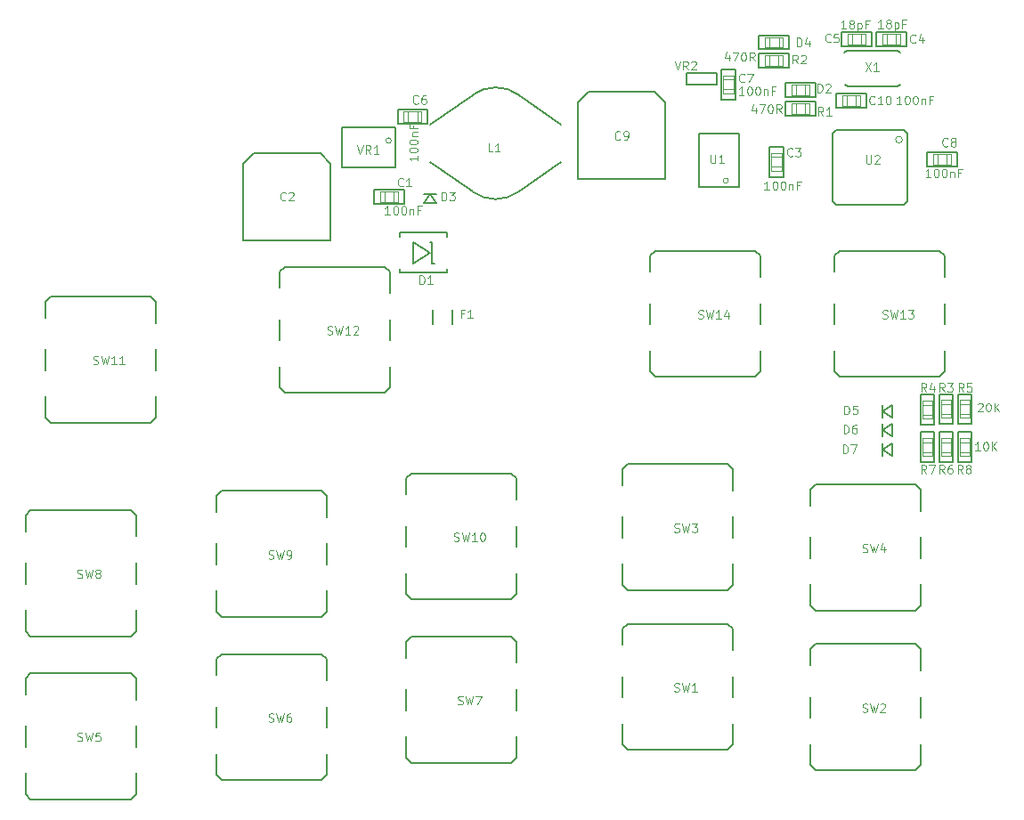
<source format=gto>
G04 #@! TF.FileFunction,Legend,Top*
%FSLAX46Y46*%
G04 Gerber Fmt 4.6, Leading zero omitted, Abs format (unit mm)*
G04 Created by KiCad (PCBNEW (2016-07-28 BZR 6996, Git e15ad93)-product) date Thu Oct 20 17:42:39 2016*
%MOMM*%
%LPD*%
G01*
G04 APERTURE LIST*
%ADD10C,0.100000*%
%ADD11C,0.200000*%
%ADD12C,0.198120*%
%ADD13C,0.203200*%
%ADD14C,0.101600*%
%ADD15C,0.127000*%
%ADD16C,0.076200*%
G04 APERTURE END LIST*
D10*
D11*
X86512400Y-85750400D02*
X86512400Y-84429600D01*
X83667600Y-85750400D02*
X86512400Y-85750400D01*
X83667600Y-84429600D02*
X83667600Y-85750400D01*
X86512400Y-84429600D02*
X83667600Y-84429600D01*
D10*
X84632800Y-85572600D02*
X84632800Y-84607400D01*
X84632800Y-84607400D02*
X84251800Y-84607400D01*
X84251800Y-85572600D02*
X84632800Y-85572600D01*
X85547200Y-84607400D02*
X85547200Y-85572600D01*
X85547200Y-85572600D02*
X85928200Y-85572600D01*
X85928200Y-84607400D02*
X85547200Y-84607400D01*
X84632800Y-85572600D02*
X85547200Y-85572600D01*
X85928200Y-85572600D02*
X85928200Y-84607400D01*
X85547200Y-84607400D02*
X84632800Y-84607400D01*
X84251800Y-84607400D02*
X84251800Y-85572600D01*
D12*
X79522320Y-89230200D02*
X71226680Y-89230200D01*
X71226680Y-89230200D02*
X71226680Y-81932780D01*
X71226680Y-81932780D02*
X72224900Y-80934560D01*
X72224900Y-80934560D02*
X78524100Y-80934560D01*
X78524100Y-80934560D02*
X79522320Y-81932780D01*
X79522320Y-81932780D02*
X79522320Y-89230200D01*
D11*
X121259600Y-83210400D02*
X122580400Y-83210400D01*
X121259600Y-80365600D02*
X121259600Y-83210400D01*
X122580400Y-80365600D02*
X121259600Y-80365600D01*
X122580400Y-83210400D02*
X122580400Y-80365600D01*
D10*
X121437400Y-81330800D02*
X122402600Y-81330800D01*
X122402600Y-81330800D02*
X122402600Y-80949800D01*
X121437400Y-80949800D02*
X121437400Y-81330800D01*
X122402600Y-82245200D02*
X121437400Y-82245200D01*
X121437400Y-82245200D02*
X121437400Y-82626200D01*
X122402600Y-82626200D02*
X122402600Y-82245200D01*
X121437400Y-81330800D02*
X121437400Y-82245200D01*
X121437400Y-82626200D02*
X122402600Y-82626200D01*
X122402600Y-82245200D02*
X122402600Y-81330800D01*
X122402600Y-80949800D02*
X121437400Y-80949800D01*
D11*
X134264400Y-70764400D02*
X134264400Y-69443600D01*
X131419600Y-70764400D02*
X134264400Y-70764400D01*
X131419600Y-69443600D02*
X131419600Y-70764400D01*
X134264400Y-69443600D02*
X131419600Y-69443600D01*
D10*
X132384800Y-70586600D02*
X132384800Y-69621400D01*
X132384800Y-69621400D02*
X132003800Y-69621400D01*
X132003800Y-70586600D02*
X132384800Y-70586600D01*
X133299200Y-69621400D02*
X133299200Y-70586600D01*
X133299200Y-70586600D02*
X133680200Y-70586600D01*
X133680200Y-69621400D02*
X133299200Y-69621400D01*
X132384800Y-70586600D02*
X133299200Y-70586600D01*
X133680200Y-70586600D02*
X133680200Y-69621400D01*
X133299200Y-69621400D02*
X132384800Y-69621400D01*
X132003800Y-69621400D02*
X132003800Y-70586600D01*
D11*
X128117600Y-69443600D02*
X128117600Y-70764400D01*
X130962400Y-69443600D02*
X128117600Y-69443600D01*
X130962400Y-70764400D02*
X130962400Y-69443600D01*
X128117600Y-70764400D02*
X130962400Y-70764400D01*
D10*
X129997200Y-69621400D02*
X129997200Y-70586600D01*
X129997200Y-70586600D02*
X130378200Y-70586600D01*
X130378200Y-69621400D02*
X129997200Y-69621400D01*
X129082800Y-70586600D02*
X129082800Y-69621400D01*
X129082800Y-69621400D02*
X128701800Y-69621400D01*
X128701800Y-70586600D02*
X129082800Y-70586600D01*
X129997200Y-69621400D02*
X129082800Y-69621400D01*
X128701800Y-69621400D02*
X128701800Y-70586600D01*
X129082800Y-70586600D02*
X129997200Y-70586600D01*
X130378200Y-70586600D02*
X130378200Y-69621400D01*
D11*
X88734900Y-78130400D02*
X88734900Y-76809600D01*
X85890100Y-78130400D02*
X88734900Y-78130400D01*
X85890100Y-76809600D02*
X85890100Y-78130400D01*
X88734900Y-76809600D02*
X85890100Y-76809600D01*
D10*
X86855300Y-77952600D02*
X86855300Y-76987400D01*
X86855300Y-76987400D02*
X86474300Y-76987400D01*
X86474300Y-77952600D02*
X86855300Y-77952600D01*
X87769700Y-76987400D02*
X87769700Y-77952600D01*
X87769700Y-77952600D02*
X88150700Y-77952600D01*
X88150700Y-76987400D02*
X87769700Y-76987400D01*
X86855300Y-77952600D02*
X87769700Y-77952600D01*
X88150700Y-77952600D02*
X88150700Y-76987400D01*
X87769700Y-76987400D02*
X86855300Y-76987400D01*
X86474300Y-76987400D02*
X86474300Y-77952600D01*
D11*
X118008400Y-72999600D02*
X116687600Y-72999600D01*
X118008400Y-75844400D02*
X118008400Y-72999600D01*
X116687600Y-75844400D02*
X118008400Y-75844400D01*
X116687600Y-72999600D02*
X116687600Y-75844400D01*
D10*
X117830600Y-74879200D02*
X116865400Y-74879200D01*
X116865400Y-74879200D02*
X116865400Y-75260200D01*
X117830600Y-75260200D02*
X117830600Y-74879200D01*
X116865400Y-73964800D02*
X117830600Y-73964800D01*
X117830600Y-73964800D02*
X117830600Y-73583800D01*
X116865400Y-73583800D02*
X116865400Y-73964800D01*
X117830600Y-74879200D02*
X117830600Y-73964800D01*
X117830600Y-73583800D02*
X116865400Y-73583800D01*
X116865400Y-73964800D02*
X116865400Y-74879200D01*
X116865400Y-75260200D02*
X117830600Y-75260200D01*
D11*
X139090400Y-82194400D02*
X139090400Y-80873600D01*
X136245600Y-82194400D02*
X139090400Y-82194400D01*
X136245600Y-80873600D02*
X136245600Y-82194400D01*
X139090400Y-80873600D02*
X136245600Y-80873600D01*
D10*
X137210800Y-82016600D02*
X137210800Y-81051400D01*
X137210800Y-81051400D02*
X136829800Y-81051400D01*
X136829800Y-82016600D02*
X137210800Y-82016600D01*
X138125200Y-81051400D02*
X138125200Y-82016600D01*
X138125200Y-82016600D02*
X138506200Y-82016600D01*
X138506200Y-81051400D02*
X138125200Y-81051400D01*
X137210800Y-82016600D02*
X138125200Y-82016600D01*
X138506200Y-82016600D02*
X138506200Y-81051400D01*
X138125200Y-81051400D02*
X137210800Y-81051400D01*
X136829800Y-81051400D02*
X136829800Y-82016600D01*
D12*
X111335820Y-83388200D02*
X103040180Y-83388200D01*
X103040180Y-83388200D02*
X103040180Y-76090780D01*
X103040180Y-76090780D02*
X104038400Y-75092560D01*
X104038400Y-75092560D02*
X110337600Y-75092560D01*
X110337600Y-75092560D02*
X111335820Y-76090780D01*
X111335820Y-76090780D02*
X111335820Y-83388200D01*
D11*
X130454400Y-76606400D02*
X130454400Y-75285600D01*
X127609600Y-76606400D02*
X130454400Y-76606400D01*
X127609600Y-75285600D02*
X127609600Y-76606400D01*
X130454400Y-75285600D02*
X127609600Y-75285600D01*
D10*
X128574800Y-76428600D02*
X128574800Y-75463400D01*
X128574800Y-75463400D02*
X128193800Y-75463400D01*
X128193800Y-76428600D02*
X128574800Y-76428600D01*
X129489200Y-75463400D02*
X129489200Y-76428600D01*
X129489200Y-76428600D02*
X129870200Y-76428600D01*
X129870200Y-75463400D02*
X129489200Y-75463400D01*
X128574800Y-76428600D02*
X129489200Y-76428600D01*
X129870200Y-76428600D02*
X129870200Y-75463400D01*
X129489200Y-75463400D02*
X128574800Y-75463400D01*
X128193800Y-75463400D02*
X128193800Y-76428600D01*
D13*
X87393780Y-89425780D02*
X87393780Y-91422220D01*
X87393780Y-91422220D02*
X88991440Y-90424000D01*
X88991440Y-90424000D02*
X87393780Y-89425780D01*
X88991440Y-89425780D02*
X89189560Y-89425780D01*
X89189560Y-89425780D02*
X89189560Y-91422220D01*
X89189560Y-91422220D02*
X89390220Y-91422220D01*
X86093300Y-92323920D02*
X90591640Y-92323920D01*
X90591640Y-92323920D02*
X90591640Y-91922600D01*
X86093300Y-92323920D02*
X86093300Y-91922600D01*
X86093300Y-88925400D02*
X86093300Y-88524080D01*
X86093300Y-88524080D02*
X90591640Y-88524080D01*
X90591640Y-88524080D02*
X90591640Y-88925400D01*
D11*
X122783600Y-74269600D02*
X122783600Y-75590400D01*
X125628400Y-74269600D02*
X122783600Y-74269600D01*
X125628400Y-75590400D02*
X125628400Y-74269600D01*
X122783600Y-75590400D02*
X125628400Y-75590400D01*
D10*
X124663200Y-74447400D02*
X124663200Y-75412600D01*
X124663200Y-75412600D02*
X125044200Y-75412600D01*
X125044200Y-74447400D02*
X124663200Y-74447400D01*
X123748800Y-75412600D02*
X123748800Y-74447400D01*
X123748800Y-74447400D02*
X123367800Y-74447400D01*
X123367800Y-75412600D02*
X123748800Y-75412600D01*
X124663200Y-74447400D02*
X123748800Y-74447400D01*
X123367800Y-74447400D02*
X123367800Y-75412600D01*
X123748800Y-75412600D02*
X124663200Y-75412600D01*
X125044200Y-75412600D02*
X125044200Y-74447400D01*
D13*
X88364060Y-85730080D02*
X89562940Y-85730080D01*
X89562940Y-85730080D02*
X88963500Y-84830920D01*
X88963500Y-84830920D02*
X88364060Y-85730080D01*
X88364060Y-84830920D02*
X89562940Y-84830920D01*
D11*
X120251035Y-69765940D02*
X120251035Y-71086740D01*
X123095835Y-69765940D02*
X120251035Y-69765940D01*
X123095835Y-71086740D02*
X123095835Y-69765940D01*
X120251035Y-71086740D02*
X123095835Y-71086740D01*
D10*
X122130635Y-69943740D02*
X122130635Y-70908940D01*
X122130635Y-70908940D02*
X122511635Y-70908940D01*
X122511635Y-69943740D02*
X122130635Y-69943740D01*
X121216235Y-70908940D02*
X121216235Y-69943740D01*
X121216235Y-69943740D02*
X120835235Y-69943740D01*
X120835235Y-70908940D02*
X121216235Y-70908940D01*
X122130635Y-69943740D02*
X121216235Y-69943740D01*
X120835235Y-69943740D02*
X120835235Y-70908940D01*
X121216235Y-70908940D02*
X122130635Y-70908940D01*
X122511635Y-70908940D02*
X122511635Y-69943740D01*
D13*
X132910580Y-106072940D02*
X132910580Y-104874060D01*
X132910580Y-104874060D02*
X132011420Y-105473500D01*
X132011420Y-105473500D02*
X132910580Y-106072940D01*
X132011420Y-106072940D02*
X132011420Y-104874060D01*
X132882745Y-107850940D02*
X132882745Y-106652060D01*
X132882745Y-106652060D02*
X131983585Y-107251500D01*
X131983585Y-107251500D02*
X132882745Y-107850940D01*
X131983585Y-107850940D02*
X131983585Y-106652060D01*
X132910580Y-109755940D02*
X132910580Y-108557060D01*
X132910580Y-108557060D02*
X132011420Y-109156500D01*
X132011420Y-109156500D02*
X132910580Y-109755940D01*
X132011420Y-109755940D02*
X132011420Y-108557060D01*
X89270840Y-97218500D02*
X89270840Y-95821500D01*
X91069160Y-97218500D02*
X91069160Y-95821500D01*
X89016840Y-78211680D02*
X93014800Y-75410060D01*
X97414080Y-75410060D02*
X101414580Y-78211680D01*
X101414580Y-81808320D02*
X97414080Y-84609940D01*
X93014800Y-84609940D02*
X89016840Y-81808320D01*
X97413093Y-75409338D02*
G75*
G03X93014800Y-75410060I-2198653J-3010622D01*
G01*
X93015787Y-84610662D02*
G75*
G03X97414080Y-84609940I2198653J3010622D01*
G01*
D11*
X125628400Y-77368400D02*
X125628400Y-76047600D01*
X122783600Y-77368400D02*
X125628400Y-77368400D01*
X122783600Y-76047600D02*
X122783600Y-77368400D01*
X125628400Y-76047600D02*
X122783600Y-76047600D01*
D10*
X123748800Y-77190600D02*
X123748800Y-76225400D01*
X123748800Y-76225400D02*
X123367800Y-76225400D01*
X123367800Y-77190600D02*
X123748800Y-77190600D01*
X124663200Y-76225400D02*
X124663200Y-77190600D01*
X124663200Y-77190600D02*
X125044200Y-77190600D01*
X125044200Y-76225400D02*
X124663200Y-76225400D01*
X123748800Y-77190600D02*
X124663200Y-77190600D01*
X125044200Y-77190600D02*
X125044200Y-76225400D01*
X124663200Y-76225400D02*
X123748800Y-76225400D01*
X123367800Y-76225400D02*
X123367800Y-77190600D01*
D11*
X123088400Y-72796400D02*
X123088400Y-71475600D01*
X120243600Y-72796400D02*
X123088400Y-72796400D01*
X120243600Y-71475600D02*
X120243600Y-72796400D01*
X123088400Y-71475600D02*
X120243600Y-71475600D01*
D10*
X121208800Y-72618600D02*
X121208800Y-71653400D01*
X121208800Y-71653400D02*
X120827800Y-71653400D01*
X120827800Y-72618600D02*
X121208800Y-72618600D01*
X122123200Y-71653400D02*
X122123200Y-72618600D01*
X122123200Y-72618600D02*
X122504200Y-72618600D01*
X122504200Y-71653400D02*
X122123200Y-71653400D01*
X121208800Y-72618600D02*
X122123200Y-72618600D01*
X122504200Y-72618600D02*
X122504200Y-71653400D01*
X122123200Y-71653400D02*
X121208800Y-71653400D01*
X120827800Y-71653400D02*
X120827800Y-72618600D01*
D11*
X137388600Y-106705400D02*
X138709400Y-106705400D01*
X137388600Y-103860600D02*
X137388600Y-106705400D01*
X138709400Y-103860600D02*
X137388600Y-103860600D01*
X138709400Y-106705400D02*
X138709400Y-103860600D01*
D10*
X137566400Y-104825800D02*
X138531600Y-104825800D01*
X138531600Y-104825800D02*
X138531600Y-104444800D01*
X137566400Y-104444800D02*
X137566400Y-104825800D01*
X138531600Y-105740200D02*
X137566400Y-105740200D01*
X137566400Y-105740200D02*
X137566400Y-106121200D01*
X138531600Y-106121200D02*
X138531600Y-105740200D01*
X137566400Y-104825800D02*
X137566400Y-105740200D01*
X137566400Y-106121200D02*
X138531600Y-106121200D01*
X138531600Y-105740200D02*
X138531600Y-104825800D01*
X138531600Y-104444800D02*
X137566400Y-104444800D01*
D11*
X135610600Y-106768900D02*
X136931400Y-106768900D01*
X135610600Y-103924100D02*
X135610600Y-106768900D01*
X136931400Y-103924100D02*
X135610600Y-103924100D01*
X136931400Y-106768900D02*
X136931400Y-103924100D01*
D10*
X135788400Y-104889300D02*
X136753600Y-104889300D01*
X136753600Y-104889300D02*
X136753600Y-104508300D01*
X135788400Y-104508300D02*
X135788400Y-104889300D01*
X136753600Y-105803700D02*
X135788400Y-105803700D01*
X135788400Y-105803700D02*
X135788400Y-106184700D01*
X136753600Y-106184700D02*
X136753600Y-105803700D01*
X135788400Y-104889300D02*
X135788400Y-105803700D01*
X135788400Y-106184700D02*
X136753600Y-106184700D01*
X136753600Y-105803700D02*
X136753600Y-104889300D01*
X136753600Y-104508300D02*
X135788400Y-104508300D01*
D11*
X139166600Y-106705400D02*
X140487400Y-106705400D01*
X139166600Y-103860600D02*
X139166600Y-106705400D01*
X140487400Y-103860600D02*
X139166600Y-103860600D01*
X140487400Y-106705400D02*
X140487400Y-103860600D01*
D10*
X139344400Y-104825800D02*
X140309600Y-104825800D01*
X140309600Y-104825800D02*
X140309600Y-104444800D01*
X139344400Y-104444800D02*
X139344400Y-104825800D01*
X140309600Y-105740200D02*
X139344400Y-105740200D01*
X139344400Y-105740200D02*
X139344400Y-106121200D01*
X140309600Y-106121200D02*
X140309600Y-105740200D01*
X139344400Y-104825800D02*
X139344400Y-105740200D01*
X139344400Y-106121200D02*
X140309600Y-106121200D01*
X140309600Y-105740200D02*
X140309600Y-104825800D01*
X140309600Y-104444800D02*
X139344400Y-104444800D01*
D11*
X138709400Y-107492800D02*
X137388600Y-107492800D01*
X138709400Y-110337600D02*
X138709400Y-107492800D01*
X137388600Y-110337600D02*
X138709400Y-110337600D01*
X137388600Y-107492800D02*
X137388600Y-110337600D01*
D10*
X138531600Y-109372400D02*
X137566400Y-109372400D01*
X137566400Y-109372400D02*
X137566400Y-109753400D01*
X138531600Y-109753400D02*
X138531600Y-109372400D01*
X137566400Y-108458000D02*
X138531600Y-108458000D01*
X138531600Y-108458000D02*
X138531600Y-108077000D01*
X137566400Y-108077000D02*
X137566400Y-108458000D01*
X138531600Y-109372400D02*
X138531600Y-108458000D01*
X138531600Y-108077000D02*
X137566400Y-108077000D01*
X137566400Y-108458000D02*
X137566400Y-109372400D01*
X137566400Y-109753400D02*
X138531600Y-109753400D01*
D11*
X136931400Y-107480100D02*
X135610600Y-107480100D01*
X136931400Y-110324900D02*
X136931400Y-107480100D01*
X135610600Y-110324900D02*
X136931400Y-110324900D01*
X135610600Y-107480100D02*
X135610600Y-110324900D01*
D10*
X136753600Y-109359700D02*
X135788400Y-109359700D01*
X135788400Y-109359700D02*
X135788400Y-109740700D01*
X136753600Y-109740700D02*
X136753600Y-109359700D01*
X135788400Y-108445300D02*
X136753600Y-108445300D01*
X136753600Y-108445300D02*
X136753600Y-108064300D01*
X135788400Y-108064300D02*
X135788400Y-108445300D01*
X136753600Y-109359700D02*
X136753600Y-108445300D01*
X136753600Y-108064300D02*
X135788400Y-108064300D01*
X135788400Y-108445300D02*
X135788400Y-109359700D01*
X135788400Y-109740700D02*
X136753600Y-109740700D01*
D11*
X140487400Y-107492800D02*
X139166600Y-107492800D01*
X140487400Y-110337600D02*
X140487400Y-107492800D01*
X139166600Y-110337600D02*
X140487400Y-110337600D01*
X139166600Y-107492800D02*
X139166600Y-110337600D01*
D10*
X140309600Y-109372400D02*
X139344400Y-109372400D01*
X139344400Y-109372400D02*
X139344400Y-109753400D01*
X140309600Y-109753400D02*
X140309600Y-109372400D01*
X139344400Y-108458000D02*
X140309600Y-108458000D01*
X140309600Y-108458000D02*
X140309600Y-108077000D01*
X139344400Y-108077000D02*
X139344400Y-108458000D01*
X140309600Y-109372400D02*
X140309600Y-108458000D01*
X140309600Y-108077000D02*
X139344400Y-108077000D01*
X139344400Y-108458000D02*
X139344400Y-109372400D01*
X139344400Y-109753400D02*
X140309600Y-109753400D01*
D13*
X107746800Y-125699520D02*
X107248960Y-126199900D01*
X107248960Y-137198100D02*
X107746800Y-137698480D01*
X107746800Y-137698480D02*
X117246400Y-137698480D01*
X117246400Y-137698480D02*
X117744240Y-137198100D01*
X117744240Y-126199900D02*
X117246400Y-125699520D01*
X117246400Y-125699520D02*
X107746800Y-125699520D01*
X117744240Y-126199900D02*
X117744240Y-128201420D01*
X117744240Y-130700780D02*
X117744240Y-132697220D01*
X117744240Y-135196580D02*
X117744240Y-137198100D01*
X107248960Y-137198100D02*
X107248960Y-135196580D01*
X107248960Y-132697220D02*
X107248960Y-130700780D01*
X107248960Y-127701040D02*
X107248960Y-126199900D01*
X125653800Y-127645160D02*
X125155960Y-128145540D01*
X125155960Y-139143740D02*
X125653800Y-139644120D01*
X125653800Y-139644120D02*
X135153400Y-139644120D01*
X135153400Y-139644120D02*
X135651240Y-139143740D01*
X135651240Y-128145540D02*
X135153400Y-127645160D01*
X135153400Y-127645160D02*
X125653800Y-127645160D01*
X135651240Y-128145540D02*
X135651240Y-130147060D01*
X135651240Y-132646420D02*
X135651240Y-134642860D01*
X135651240Y-137142220D02*
X135651240Y-139143740D01*
X125155960Y-139143740D02*
X125155960Y-137142220D01*
X125155960Y-134642860D02*
X125155960Y-132646420D01*
X125155960Y-129646680D02*
X125155960Y-128145540D01*
X107772200Y-110525560D02*
X107274360Y-111025940D01*
X107274360Y-122024140D02*
X107772200Y-122524520D01*
X107772200Y-122524520D02*
X117271800Y-122524520D01*
X117271800Y-122524520D02*
X117769640Y-122024140D01*
X117769640Y-111025940D02*
X117271800Y-110525560D01*
X117271800Y-110525560D02*
X107772200Y-110525560D01*
X117769640Y-111025940D02*
X117769640Y-113027460D01*
X117769640Y-115526820D02*
X117769640Y-117523260D01*
X117769640Y-120022620D02*
X117769640Y-122024140D01*
X107274360Y-122024140D02*
X107274360Y-120022620D01*
X107274360Y-117523260D02*
X107274360Y-115526820D01*
X107274360Y-112527080D02*
X107274360Y-111025940D01*
X125653800Y-112463580D02*
X125155960Y-112963960D01*
X125155960Y-123962160D02*
X125653800Y-124462540D01*
X125653800Y-124462540D02*
X135153400Y-124462540D01*
X135153400Y-124462540D02*
X135651240Y-123962160D01*
X135651240Y-112963960D02*
X135153400Y-112463580D01*
X135153400Y-112463580D02*
X125653800Y-112463580D01*
X135651240Y-112963960D02*
X135651240Y-114965480D01*
X135651240Y-117464840D02*
X135651240Y-119461280D01*
X135651240Y-121960640D02*
X135651240Y-123962160D01*
X125155960Y-123962160D02*
X125155960Y-121960640D01*
X125155960Y-119461280D02*
X125155960Y-117464840D01*
X125155960Y-114465100D02*
X125155960Y-112963960D01*
X51003200Y-130408680D02*
X50505360Y-130909060D01*
X50505360Y-141907260D02*
X51003200Y-142407640D01*
X51003200Y-142407640D02*
X60502800Y-142407640D01*
X60502800Y-142407640D02*
X61000640Y-141907260D01*
X61000640Y-130909060D02*
X60502800Y-130408680D01*
X60502800Y-130408680D02*
X51003200Y-130408680D01*
X61000640Y-130909060D02*
X61000640Y-132910580D01*
X61000640Y-135409940D02*
X61000640Y-137406380D01*
X61000640Y-139905740D02*
X61000640Y-141907260D01*
X50505360Y-141907260D02*
X50505360Y-139905740D01*
X50505360Y-137406380D02*
X50505360Y-135409940D01*
X50505360Y-132410200D02*
X50505360Y-130909060D01*
X69189600Y-128579880D02*
X68691760Y-129080260D01*
X68691760Y-140078460D02*
X69189600Y-140578840D01*
X69189600Y-140578840D02*
X78689200Y-140578840D01*
X78689200Y-140578840D02*
X79187040Y-140078460D01*
X79187040Y-129080260D02*
X78689200Y-128579880D01*
X78689200Y-128579880D02*
X69189600Y-128579880D01*
X79187040Y-129080260D02*
X79187040Y-131081780D01*
X79187040Y-133581140D02*
X79187040Y-135577580D01*
X79187040Y-138076940D02*
X79187040Y-140078460D01*
X68691760Y-140078460D02*
X68691760Y-138076940D01*
X68691760Y-135577580D02*
X68691760Y-133581140D01*
X68691760Y-130581400D02*
X68691760Y-129080260D01*
X87198200Y-126921260D02*
X86700360Y-127421640D01*
X86700360Y-138419840D02*
X87198200Y-138920220D01*
X87198200Y-138920220D02*
X96697800Y-138920220D01*
X96697800Y-138920220D02*
X97195640Y-138419840D01*
X97195640Y-127421640D02*
X96697800Y-126921260D01*
X96697800Y-126921260D02*
X87198200Y-126921260D01*
X97195640Y-127421640D02*
X97195640Y-129423160D01*
X97195640Y-131922520D02*
X97195640Y-133918960D01*
X97195640Y-136418320D02*
X97195640Y-138419840D01*
X86700360Y-138419840D02*
X86700360Y-136418320D01*
X86700360Y-133918960D02*
X86700360Y-131922520D01*
X86700360Y-128922780D02*
X86700360Y-127421640D01*
X51003200Y-114894360D02*
X50505360Y-115394740D01*
X50505360Y-126392940D02*
X51003200Y-126893320D01*
X51003200Y-126893320D02*
X60502800Y-126893320D01*
X60502800Y-126893320D02*
X61000640Y-126392940D01*
X61000640Y-115394740D02*
X60502800Y-114894360D01*
X60502800Y-114894360D02*
X51003200Y-114894360D01*
X61000640Y-115394740D02*
X61000640Y-117396260D01*
X61000640Y-119895620D02*
X61000640Y-121892060D01*
X61000640Y-124391420D02*
X61000640Y-126392940D01*
X50505360Y-126392940D02*
X50505360Y-124391420D01*
X50505360Y-121892060D02*
X50505360Y-119895620D01*
X50505360Y-116895880D02*
X50505360Y-115394740D01*
X69189600Y-113065560D02*
X68691760Y-113565940D01*
X68691760Y-124564140D02*
X69189600Y-125064520D01*
X69189600Y-125064520D02*
X78689200Y-125064520D01*
X78689200Y-125064520D02*
X79187040Y-124564140D01*
X79187040Y-113565940D02*
X78689200Y-113065560D01*
X78689200Y-113065560D02*
X69189600Y-113065560D01*
X79187040Y-113565940D02*
X79187040Y-115567460D01*
X79187040Y-118066820D02*
X79187040Y-120063260D01*
X79187040Y-122562620D02*
X79187040Y-124564140D01*
X68691760Y-124564140D02*
X68691760Y-122562620D01*
X68691760Y-120063260D02*
X68691760Y-118066820D01*
X68691760Y-115067080D02*
X68691760Y-113565940D01*
X87198200Y-111396780D02*
X86700360Y-111897160D01*
X86700360Y-122895360D02*
X87198200Y-123395740D01*
X87198200Y-123395740D02*
X96697800Y-123395740D01*
X96697800Y-123395740D02*
X97195640Y-122895360D01*
X97195640Y-111897160D02*
X96697800Y-111396780D01*
X96697800Y-111396780D02*
X87198200Y-111396780D01*
X97195640Y-111897160D02*
X97195640Y-113898680D01*
X97195640Y-116398040D02*
X97195640Y-118394480D01*
X97195640Y-120893840D02*
X97195640Y-122895360D01*
X86700360Y-122895360D02*
X86700360Y-120893840D01*
X86700360Y-118394480D02*
X86700360Y-116398040D01*
X86700360Y-113398300D02*
X86700360Y-111897160D01*
X52908200Y-94584520D02*
X52410360Y-95084900D01*
X52410360Y-106083100D02*
X52908200Y-106583480D01*
X52908200Y-106583480D02*
X62407800Y-106583480D01*
X62407800Y-106583480D02*
X62905640Y-106083100D01*
X62905640Y-95084900D02*
X62407800Y-94584520D01*
X62407800Y-94584520D02*
X52908200Y-94584520D01*
X62905640Y-95084900D02*
X62905640Y-97086420D01*
X62905640Y-99585780D02*
X62905640Y-101582220D01*
X62905640Y-104081580D02*
X62905640Y-106083100D01*
X52410360Y-106083100D02*
X52410360Y-104081580D01*
X52410360Y-101582220D02*
X52410360Y-99585780D01*
X52410360Y-96586040D02*
X52410360Y-95084900D01*
X75158600Y-91749880D02*
X74660760Y-92250260D01*
X74660760Y-103248460D02*
X75158600Y-103748840D01*
X75158600Y-103748840D02*
X84658200Y-103748840D01*
X84658200Y-103748840D02*
X85156040Y-103248460D01*
X85156040Y-92250260D02*
X84658200Y-91749880D01*
X84658200Y-91749880D02*
X75158600Y-91749880D01*
X85156040Y-92250260D02*
X85156040Y-94251780D01*
X85156040Y-96751140D02*
X85156040Y-98747580D01*
X85156040Y-101246940D02*
X85156040Y-103248460D01*
X74660760Y-103248460D02*
X74660760Y-101246940D01*
X74660760Y-98747580D02*
X74660760Y-96751140D01*
X74660760Y-93751400D02*
X74660760Y-92250260D01*
X127939800Y-90225880D02*
X127441960Y-90726260D01*
X127441960Y-101724460D02*
X127939800Y-102224840D01*
X127939800Y-102224840D02*
X137439400Y-102224840D01*
X137439400Y-102224840D02*
X137937240Y-101724460D01*
X137937240Y-90726260D02*
X137439400Y-90225880D01*
X137439400Y-90225880D02*
X127939800Y-90225880D01*
X137937240Y-90726260D02*
X137937240Y-92727780D01*
X137937240Y-95227140D02*
X137937240Y-97223580D01*
X137937240Y-99722940D02*
X137937240Y-101724460D01*
X127441960Y-101724460D02*
X127441960Y-99722940D01*
X127441960Y-97223580D02*
X127441960Y-95227140D01*
X127441960Y-92227400D02*
X127441960Y-90726260D01*
X110413800Y-90225880D02*
X109915960Y-90726260D01*
X109915960Y-101724460D02*
X110413800Y-102224840D01*
X110413800Y-102224840D02*
X119913400Y-102224840D01*
X119913400Y-102224840D02*
X120411240Y-101724460D01*
X120411240Y-90726260D02*
X119913400Y-90225880D01*
X119913400Y-90225880D02*
X110413800Y-90225880D01*
X120411240Y-90726260D02*
X120411240Y-92727780D01*
X120411240Y-95227140D02*
X120411240Y-97223580D01*
X120411240Y-99722940D02*
X120411240Y-101724460D01*
X109915960Y-101724460D02*
X109915960Y-99722940D01*
X109915960Y-97223580D02*
X109915960Y-95227140D01*
X109915960Y-92227400D02*
X109915960Y-90726260D01*
X114554000Y-84201000D02*
X114554000Y-79121000D01*
X114554000Y-79121000D02*
X118364000Y-79121000D01*
X118364000Y-79121000D02*
X118364000Y-84201000D01*
X118364000Y-84201000D02*
X114554000Y-84201000D01*
D14*
X117345447Y-83566000D02*
G75*
G03X117345447Y-83566000I-251447J0D01*
G01*
D13*
X134058660Y-78747620D02*
X134358380Y-79047340D01*
X134358380Y-79047340D02*
X134358380Y-85544660D01*
X134358380Y-85544660D02*
X134058660Y-85844380D01*
X134058660Y-85844380D02*
X127561340Y-85844380D01*
X127561340Y-85844380D02*
X127261620Y-85544660D01*
X127261620Y-85544660D02*
X127261620Y-79047340D01*
X127261620Y-79047340D02*
X127561340Y-78747620D01*
X127561340Y-78747620D02*
X134058660Y-78747620D01*
D14*
X133874385Y-79672180D02*
G75*
G03X133874385Y-79672180I-316105J0D01*
G01*
D13*
X85661500Y-82296000D02*
X80581500Y-82296000D01*
X80581500Y-82296000D02*
X80581500Y-78486000D01*
X80581500Y-78486000D02*
X85661500Y-78486000D01*
X85661500Y-78486000D02*
X85661500Y-82296000D01*
D14*
X85277947Y-79756000D02*
G75*
G03X85277947Y-79756000I-251447J0D01*
G01*
D12*
X116255800Y-73364420D02*
X113360200Y-73364420D01*
X113360200Y-73364420D02*
X113360200Y-74463580D01*
X116255800Y-73364420D02*
X116255800Y-74463580D01*
X116255800Y-74463580D02*
X113360200Y-74463580D01*
D15*
X133662420Y-74396600D02*
X133461760Y-74597260D01*
X133461760Y-74597260D02*
X128666240Y-74597260D01*
X128666240Y-74597260D02*
X128465580Y-74396600D01*
X128366520Y-71399400D02*
X128564640Y-71198740D01*
X128564640Y-71198740D02*
X133461760Y-71198740D01*
X133461760Y-71198740D02*
X133662420Y-71399400D01*
D16*
X86415033Y-84046785D02*
X86376328Y-84085490D01*
X86260214Y-84124195D01*
X86182804Y-84124195D01*
X86066690Y-84085490D01*
X85989280Y-84008080D01*
X85950576Y-83930671D01*
X85911871Y-83775852D01*
X85911871Y-83659738D01*
X85950576Y-83504919D01*
X85989280Y-83427509D01*
X86066690Y-83350100D01*
X86182804Y-83311395D01*
X86260214Y-83311395D01*
X86376328Y-83350100D01*
X86415033Y-83388804D01*
X87189128Y-84124195D02*
X86724671Y-84124195D01*
X86956900Y-84124195D02*
X86956900Y-83311395D01*
X86879490Y-83427509D01*
X86802080Y-83504919D01*
X86724671Y-83543623D01*
X85165595Y-86791195D02*
X84701138Y-86791195D01*
X84933366Y-86791195D02*
X84933366Y-85978395D01*
X84855957Y-86094509D01*
X84778547Y-86171919D01*
X84701138Y-86210623D01*
X85668757Y-85978395D02*
X85746166Y-85978395D01*
X85823576Y-86017100D01*
X85862280Y-86055804D01*
X85900985Y-86133214D01*
X85939690Y-86288033D01*
X85939690Y-86481557D01*
X85900985Y-86636376D01*
X85862280Y-86713785D01*
X85823576Y-86752490D01*
X85746166Y-86791195D01*
X85668757Y-86791195D01*
X85591347Y-86752490D01*
X85552642Y-86713785D01*
X85513938Y-86636376D01*
X85475233Y-86481557D01*
X85475233Y-86288033D01*
X85513938Y-86133214D01*
X85552642Y-86055804D01*
X85591347Y-86017100D01*
X85668757Y-85978395D01*
X86442852Y-85978395D02*
X86520261Y-85978395D01*
X86597671Y-86017100D01*
X86636376Y-86055804D01*
X86675080Y-86133214D01*
X86713785Y-86288033D01*
X86713785Y-86481557D01*
X86675080Y-86636376D01*
X86636376Y-86713785D01*
X86597671Y-86752490D01*
X86520261Y-86791195D01*
X86442852Y-86791195D01*
X86365442Y-86752490D01*
X86326738Y-86713785D01*
X86288033Y-86636376D01*
X86249328Y-86481557D01*
X86249328Y-86288033D01*
X86288033Y-86133214D01*
X86326738Y-86055804D01*
X86365442Y-86017100D01*
X86442852Y-85978395D01*
X87062128Y-86249328D02*
X87062128Y-86791195D01*
X87062128Y-86326738D02*
X87100833Y-86288033D01*
X87178242Y-86249328D01*
X87294357Y-86249328D01*
X87371766Y-86288033D01*
X87410471Y-86365442D01*
X87410471Y-86791195D01*
X88068452Y-86365442D02*
X87797519Y-86365442D01*
X87797519Y-86791195D02*
X87797519Y-85978395D01*
X88184566Y-85978395D01*
X75239033Y-85380285D02*
X75200328Y-85418990D01*
X75084214Y-85457695D01*
X75006804Y-85457695D01*
X74890690Y-85418990D01*
X74813280Y-85341580D01*
X74774576Y-85264171D01*
X74735871Y-85109352D01*
X74735871Y-84993238D01*
X74774576Y-84838419D01*
X74813280Y-84761009D01*
X74890690Y-84683600D01*
X75006804Y-84644895D01*
X75084214Y-84644895D01*
X75200328Y-84683600D01*
X75239033Y-84722304D01*
X75548671Y-84722304D02*
X75587376Y-84683600D01*
X75664785Y-84644895D01*
X75858309Y-84644895D01*
X75935719Y-84683600D01*
X75974423Y-84722304D01*
X76013128Y-84799714D01*
X76013128Y-84877123D01*
X75974423Y-84993238D01*
X75509966Y-85457695D01*
X76013128Y-85457695D01*
X123435533Y-81189285D02*
X123396828Y-81227990D01*
X123280714Y-81266695D01*
X123203304Y-81266695D01*
X123087190Y-81227990D01*
X123009780Y-81150580D01*
X122971076Y-81073171D01*
X122932371Y-80918352D01*
X122932371Y-80802238D01*
X122971076Y-80647419D01*
X123009780Y-80570009D01*
X123087190Y-80492600D01*
X123203304Y-80453895D01*
X123280714Y-80453895D01*
X123396828Y-80492600D01*
X123435533Y-80531304D01*
X123706466Y-80453895D02*
X124209628Y-80453895D01*
X123938695Y-80763533D01*
X124054809Y-80763533D01*
X124132219Y-80802238D01*
X124170923Y-80840942D01*
X124209628Y-80918352D01*
X124209628Y-81111876D01*
X124170923Y-81189285D01*
X124132219Y-81227990D01*
X124054809Y-81266695D01*
X123822580Y-81266695D01*
X123745171Y-81227990D01*
X123706466Y-81189285D01*
X121233595Y-84441695D02*
X120769138Y-84441695D01*
X121001366Y-84441695D02*
X121001366Y-83628895D01*
X120923957Y-83745009D01*
X120846547Y-83822419D01*
X120769138Y-83861123D01*
X121736757Y-83628895D02*
X121814166Y-83628895D01*
X121891576Y-83667600D01*
X121930280Y-83706304D01*
X121968985Y-83783714D01*
X122007690Y-83938533D01*
X122007690Y-84132057D01*
X121968985Y-84286876D01*
X121930280Y-84364285D01*
X121891576Y-84402990D01*
X121814166Y-84441695D01*
X121736757Y-84441695D01*
X121659347Y-84402990D01*
X121620642Y-84364285D01*
X121581938Y-84286876D01*
X121543233Y-84132057D01*
X121543233Y-83938533D01*
X121581938Y-83783714D01*
X121620642Y-83706304D01*
X121659347Y-83667600D01*
X121736757Y-83628895D01*
X122510852Y-83628895D02*
X122588261Y-83628895D01*
X122665671Y-83667600D01*
X122704376Y-83706304D01*
X122743080Y-83783714D01*
X122781785Y-83938533D01*
X122781785Y-84132057D01*
X122743080Y-84286876D01*
X122704376Y-84364285D01*
X122665671Y-84402990D01*
X122588261Y-84441695D01*
X122510852Y-84441695D01*
X122433442Y-84402990D01*
X122394738Y-84364285D01*
X122356033Y-84286876D01*
X122317328Y-84132057D01*
X122317328Y-83938533D01*
X122356033Y-83783714D01*
X122394738Y-83706304D01*
X122433442Y-83667600D01*
X122510852Y-83628895D01*
X123130128Y-83899828D02*
X123130128Y-84441695D01*
X123130128Y-83977238D02*
X123168833Y-83938533D01*
X123246242Y-83899828D01*
X123362357Y-83899828D01*
X123439766Y-83938533D01*
X123478471Y-84015942D01*
X123478471Y-84441695D01*
X124136452Y-84015942D02*
X123865519Y-84015942D01*
X123865519Y-84441695D02*
X123865519Y-83628895D01*
X124252566Y-83628895D01*
X135119533Y-70394285D02*
X135080828Y-70432990D01*
X134964714Y-70471695D01*
X134887304Y-70471695D01*
X134771190Y-70432990D01*
X134693780Y-70355580D01*
X134655076Y-70278171D01*
X134616371Y-70123352D01*
X134616371Y-70007238D01*
X134655076Y-69852419D01*
X134693780Y-69775009D01*
X134771190Y-69697600D01*
X134887304Y-69658895D01*
X134964714Y-69658895D01*
X135080828Y-69697600D01*
X135119533Y-69736304D01*
X135816219Y-69929828D02*
X135816219Y-70471695D01*
X135622695Y-69620190D02*
X135429171Y-70200761D01*
X135932333Y-70200761D01*
X132034642Y-69074695D02*
X131570185Y-69074695D01*
X131802414Y-69074695D02*
X131802414Y-68261895D01*
X131725004Y-68378009D01*
X131647595Y-68455419D01*
X131570185Y-68494123D01*
X132499100Y-68610238D02*
X132421690Y-68571533D01*
X132382985Y-68532828D01*
X132344280Y-68455419D01*
X132344280Y-68416714D01*
X132382985Y-68339304D01*
X132421690Y-68300600D01*
X132499100Y-68261895D01*
X132653919Y-68261895D01*
X132731328Y-68300600D01*
X132770033Y-68339304D01*
X132808738Y-68416714D01*
X132808738Y-68455419D01*
X132770033Y-68532828D01*
X132731328Y-68571533D01*
X132653919Y-68610238D01*
X132499100Y-68610238D01*
X132421690Y-68648942D01*
X132382985Y-68687647D01*
X132344280Y-68765057D01*
X132344280Y-68919876D01*
X132382985Y-68997285D01*
X132421690Y-69035990D01*
X132499100Y-69074695D01*
X132653919Y-69074695D01*
X132731328Y-69035990D01*
X132770033Y-68997285D01*
X132808738Y-68919876D01*
X132808738Y-68765057D01*
X132770033Y-68687647D01*
X132731328Y-68648942D01*
X132653919Y-68610238D01*
X133157080Y-68532828D02*
X133157080Y-69345628D01*
X133157080Y-68571533D02*
X133234490Y-68532828D01*
X133389309Y-68532828D01*
X133466719Y-68571533D01*
X133505423Y-68610238D01*
X133544128Y-68687647D01*
X133544128Y-68919876D01*
X133505423Y-68997285D01*
X133466719Y-69035990D01*
X133389309Y-69074695D01*
X133234490Y-69074695D01*
X133157080Y-69035990D01*
X134163404Y-68648942D02*
X133892471Y-68648942D01*
X133892471Y-69074695D02*
X133892471Y-68261895D01*
X134279519Y-68261895D01*
X127055033Y-70330785D02*
X127016328Y-70369490D01*
X126900214Y-70408195D01*
X126822804Y-70408195D01*
X126706690Y-70369490D01*
X126629280Y-70292080D01*
X126590576Y-70214671D01*
X126551871Y-70059852D01*
X126551871Y-69943738D01*
X126590576Y-69788919D01*
X126629280Y-69711509D01*
X126706690Y-69634100D01*
X126822804Y-69595395D01*
X126900214Y-69595395D01*
X127016328Y-69634100D01*
X127055033Y-69672804D01*
X127790423Y-69595395D02*
X127403376Y-69595395D01*
X127364671Y-69982442D01*
X127403376Y-69943738D01*
X127480785Y-69905033D01*
X127674309Y-69905033D01*
X127751719Y-69943738D01*
X127790423Y-69982442D01*
X127829128Y-70059852D01*
X127829128Y-70253376D01*
X127790423Y-70330785D01*
X127751719Y-70369490D01*
X127674309Y-70408195D01*
X127480785Y-70408195D01*
X127403376Y-70369490D01*
X127364671Y-70330785D01*
X128516742Y-69125495D02*
X128052285Y-69125495D01*
X128284514Y-69125495D02*
X128284514Y-68312695D01*
X128207104Y-68428809D01*
X128129695Y-68506219D01*
X128052285Y-68544923D01*
X128981200Y-68661038D02*
X128903790Y-68622333D01*
X128865085Y-68583628D01*
X128826380Y-68506219D01*
X128826380Y-68467514D01*
X128865085Y-68390104D01*
X128903790Y-68351400D01*
X128981200Y-68312695D01*
X129136019Y-68312695D01*
X129213428Y-68351400D01*
X129252133Y-68390104D01*
X129290838Y-68467514D01*
X129290838Y-68506219D01*
X129252133Y-68583628D01*
X129213428Y-68622333D01*
X129136019Y-68661038D01*
X128981200Y-68661038D01*
X128903790Y-68699742D01*
X128865085Y-68738447D01*
X128826380Y-68815857D01*
X128826380Y-68970676D01*
X128865085Y-69048085D01*
X128903790Y-69086790D01*
X128981200Y-69125495D01*
X129136019Y-69125495D01*
X129213428Y-69086790D01*
X129252133Y-69048085D01*
X129290838Y-68970676D01*
X129290838Y-68815857D01*
X129252133Y-68738447D01*
X129213428Y-68699742D01*
X129136019Y-68661038D01*
X129639180Y-68583628D02*
X129639180Y-69396428D01*
X129639180Y-68622333D02*
X129716590Y-68583628D01*
X129871409Y-68583628D01*
X129948819Y-68622333D01*
X129987523Y-68661038D01*
X130026228Y-68738447D01*
X130026228Y-68970676D01*
X129987523Y-69048085D01*
X129948819Y-69086790D01*
X129871409Y-69125495D01*
X129716590Y-69125495D01*
X129639180Y-69086790D01*
X130645504Y-68699742D02*
X130374571Y-68699742D01*
X130374571Y-69125495D02*
X130374571Y-68312695D01*
X130761619Y-68312695D01*
X87837433Y-76185485D02*
X87798728Y-76224190D01*
X87682614Y-76262895D01*
X87605204Y-76262895D01*
X87489090Y-76224190D01*
X87411680Y-76146780D01*
X87372976Y-76069371D01*
X87334271Y-75914552D01*
X87334271Y-75798438D01*
X87372976Y-75643619D01*
X87411680Y-75566209D01*
X87489090Y-75488800D01*
X87605204Y-75450095D01*
X87682614Y-75450095D01*
X87798728Y-75488800D01*
X87837433Y-75527504D01*
X88534119Y-75450095D02*
X88379300Y-75450095D01*
X88301890Y-75488800D01*
X88263185Y-75527504D01*
X88185776Y-75643619D01*
X88147071Y-75798438D01*
X88147071Y-76108076D01*
X88185776Y-76185485D01*
X88224480Y-76224190D01*
X88301890Y-76262895D01*
X88456709Y-76262895D01*
X88534119Y-76224190D01*
X88572823Y-76185485D01*
X88611528Y-76108076D01*
X88611528Y-75914552D01*
X88572823Y-75837142D01*
X88534119Y-75798438D01*
X88456709Y-75759733D01*
X88301890Y-75759733D01*
X88224480Y-75798438D01*
X88185776Y-75837142D01*
X88147071Y-75914552D01*
X87807195Y-81204404D02*
X87807195Y-81668861D01*
X87807195Y-81436633D02*
X86994395Y-81436633D01*
X87110509Y-81514042D01*
X87187919Y-81591452D01*
X87226623Y-81668861D01*
X86994395Y-80701242D02*
X86994395Y-80623833D01*
X87033100Y-80546423D01*
X87071804Y-80507719D01*
X87149214Y-80469014D01*
X87304033Y-80430309D01*
X87497557Y-80430309D01*
X87652376Y-80469014D01*
X87729785Y-80507719D01*
X87768490Y-80546423D01*
X87807195Y-80623833D01*
X87807195Y-80701242D01*
X87768490Y-80778652D01*
X87729785Y-80817357D01*
X87652376Y-80856061D01*
X87497557Y-80894766D01*
X87304033Y-80894766D01*
X87149214Y-80856061D01*
X87071804Y-80817357D01*
X87033100Y-80778652D01*
X86994395Y-80701242D01*
X86994395Y-79927147D02*
X86994395Y-79849738D01*
X87033100Y-79772328D01*
X87071804Y-79733623D01*
X87149214Y-79694919D01*
X87304033Y-79656214D01*
X87497557Y-79656214D01*
X87652376Y-79694919D01*
X87729785Y-79733623D01*
X87768490Y-79772328D01*
X87807195Y-79849738D01*
X87807195Y-79927147D01*
X87768490Y-80004557D01*
X87729785Y-80043261D01*
X87652376Y-80081966D01*
X87497557Y-80120671D01*
X87304033Y-80120671D01*
X87149214Y-80081966D01*
X87071804Y-80043261D01*
X87033100Y-80004557D01*
X86994395Y-79927147D01*
X87265328Y-79307871D02*
X87807195Y-79307871D01*
X87342738Y-79307871D02*
X87304033Y-79269166D01*
X87265328Y-79191757D01*
X87265328Y-79075642D01*
X87304033Y-78998233D01*
X87381442Y-78959528D01*
X87807195Y-78959528D01*
X87381442Y-78301547D02*
X87381442Y-78572480D01*
X87807195Y-78572480D02*
X86994395Y-78572480D01*
X86994395Y-78185433D01*
X118863533Y-74140785D02*
X118824828Y-74179490D01*
X118708714Y-74218195D01*
X118631304Y-74218195D01*
X118515190Y-74179490D01*
X118437780Y-74102080D01*
X118399076Y-74024671D01*
X118360371Y-73869852D01*
X118360371Y-73753738D01*
X118399076Y-73598919D01*
X118437780Y-73521509D01*
X118515190Y-73444100D01*
X118631304Y-73405395D01*
X118708714Y-73405395D01*
X118824828Y-73444100D01*
X118863533Y-73482804D01*
X119134466Y-73405395D02*
X119676333Y-73405395D01*
X119327990Y-74218195D01*
X118820595Y-75424695D02*
X118356138Y-75424695D01*
X118588366Y-75424695D02*
X118588366Y-74611895D01*
X118510957Y-74728009D01*
X118433547Y-74805419D01*
X118356138Y-74844123D01*
X119323757Y-74611895D02*
X119401166Y-74611895D01*
X119478576Y-74650600D01*
X119517280Y-74689304D01*
X119555985Y-74766714D01*
X119594690Y-74921533D01*
X119594690Y-75115057D01*
X119555985Y-75269876D01*
X119517280Y-75347285D01*
X119478576Y-75385990D01*
X119401166Y-75424695D01*
X119323757Y-75424695D01*
X119246347Y-75385990D01*
X119207642Y-75347285D01*
X119168938Y-75269876D01*
X119130233Y-75115057D01*
X119130233Y-74921533D01*
X119168938Y-74766714D01*
X119207642Y-74689304D01*
X119246347Y-74650600D01*
X119323757Y-74611895D01*
X120097852Y-74611895D02*
X120175261Y-74611895D01*
X120252671Y-74650600D01*
X120291376Y-74689304D01*
X120330080Y-74766714D01*
X120368785Y-74921533D01*
X120368785Y-75115057D01*
X120330080Y-75269876D01*
X120291376Y-75347285D01*
X120252671Y-75385990D01*
X120175261Y-75424695D01*
X120097852Y-75424695D01*
X120020442Y-75385990D01*
X119981738Y-75347285D01*
X119943033Y-75269876D01*
X119904328Y-75115057D01*
X119904328Y-74921533D01*
X119943033Y-74766714D01*
X119981738Y-74689304D01*
X120020442Y-74650600D01*
X120097852Y-74611895D01*
X120717128Y-74882828D02*
X120717128Y-75424695D01*
X120717128Y-74960238D02*
X120755833Y-74921533D01*
X120833242Y-74882828D01*
X120949357Y-74882828D01*
X121026766Y-74921533D01*
X121065471Y-74998942D01*
X121065471Y-75424695D01*
X121723452Y-74998942D02*
X121452519Y-74998942D01*
X121452519Y-75424695D02*
X121452519Y-74611895D01*
X121839566Y-74611895D01*
X138192933Y-80249485D02*
X138154228Y-80288190D01*
X138038114Y-80326895D01*
X137960704Y-80326895D01*
X137844590Y-80288190D01*
X137767180Y-80210780D01*
X137728476Y-80133371D01*
X137689771Y-79978552D01*
X137689771Y-79862438D01*
X137728476Y-79707619D01*
X137767180Y-79630209D01*
X137844590Y-79552800D01*
X137960704Y-79514095D01*
X138038114Y-79514095D01*
X138154228Y-79552800D01*
X138192933Y-79591504D01*
X138657390Y-79862438D02*
X138579980Y-79823733D01*
X138541276Y-79785028D01*
X138502571Y-79707619D01*
X138502571Y-79668914D01*
X138541276Y-79591504D01*
X138579980Y-79552800D01*
X138657390Y-79514095D01*
X138812209Y-79514095D01*
X138889619Y-79552800D01*
X138928323Y-79591504D01*
X138967028Y-79668914D01*
X138967028Y-79707619D01*
X138928323Y-79785028D01*
X138889619Y-79823733D01*
X138812209Y-79862438D01*
X138657390Y-79862438D01*
X138579980Y-79901142D01*
X138541276Y-79939847D01*
X138502571Y-80017257D01*
X138502571Y-80172076D01*
X138541276Y-80249485D01*
X138579980Y-80288190D01*
X138657390Y-80326895D01*
X138812209Y-80326895D01*
X138889619Y-80288190D01*
X138928323Y-80249485D01*
X138967028Y-80172076D01*
X138967028Y-80017257D01*
X138928323Y-79939847D01*
X138889619Y-79901142D01*
X138812209Y-79862438D01*
X136562495Y-83247895D02*
X136098038Y-83247895D01*
X136330266Y-83247895D02*
X136330266Y-82435095D01*
X136252857Y-82551209D01*
X136175447Y-82628619D01*
X136098038Y-82667323D01*
X137065657Y-82435095D02*
X137143066Y-82435095D01*
X137220476Y-82473800D01*
X137259180Y-82512504D01*
X137297885Y-82589914D01*
X137336590Y-82744733D01*
X137336590Y-82938257D01*
X137297885Y-83093076D01*
X137259180Y-83170485D01*
X137220476Y-83209190D01*
X137143066Y-83247895D01*
X137065657Y-83247895D01*
X136988247Y-83209190D01*
X136949542Y-83170485D01*
X136910838Y-83093076D01*
X136872133Y-82938257D01*
X136872133Y-82744733D01*
X136910838Y-82589914D01*
X136949542Y-82512504D01*
X136988247Y-82473800D01*
X137065657Y-82435095D01*
X137839752Y-82435095D02*
X137917161Y-82435095D01*
X137994571Y-82473800D01*
X138033276Y-82512504D01*
X138071980Y-82589914D01*
X138110685Y-82744733D01*
X138110685Y-82938257D01*
X138071980Y-83093076D01*
X138033276Y-83170485D01*
X137994571Y-83209190D01*
X137917161Y-83247895D01*
X137839752Y-83247895D01*
X137762342Y-83209190D01*
X137723638Y-83170485D01*
X137684933Y-83093076D01*
X137646228Y-82938257D01*
X137646228Y-82744733D01*
X137684933Y-82589914D01*
X137723638Y-82512504D01*
X137762342Y-82473800D01*
X137839752Y-82435095D01*
X138459028Y-82706028D02*
X138459028Y-83247895D01*
X138459028Y-82783438D02*
X138497733Y-82744733D01*
X138575142Y-82706028D01*
X138691257Y-82706028D01*
X138768666Y-82744733D01*
X138807371Y-82822142D01*
X138807371Y-83247895D01*
X139465352Y-82822142D02*
X139194419Y-82822142D01*
X139194419Y-83247895D02*
X139194419Y-82435095D01*
X139581466Y-82435095D01*
X107052533Y-79601785D02*
X107013828Y-79640490D01*
X106897714Y-79679195D01*
X106820304Y-79679195D01*
X106704190Y-79640490D01*
X106626780Y-79563080D01*
X106588076Y-79485671D01*
X106549371Y-79330852D01*
X106549371Y-79214738D01*
X106588076Y-79059919D01*
X106626780Y-78982509D01*
X106704190Y-78905100D01*
X106820304Y-78866395D01*
X106897714Y-78866395D01*
X107013828Y-78905100D01*
X107052533Y-78943804D01*
X107439580Y-79679195D02*
X107594400Y-79679195D01*
X107671809Y-79640490D01*
X107710514Y-79601785D01*
X107787923Y-79485671D01*
X107826628Y-79330852D01*
X107826628Y-79021214D01*
X107787923Y-78943804D01*
X107749219Y-78905100D01*
X107671809Y-78866395D01*
X107516990Y-78866395D01*
X107439580Y-78905100D01*
X107400876Y-78943804D01*
X107362171Y-79021214D01*
X107362171Y-79214738D01*
X107400876Y-79292147D01*
X107439580Y-79330852D01*
X107516990Y-79369557D01*
X107671809Y-79369557D01*
X107749219Y-79330852D01*
X107787923Y-79292147D01*
X107826628Y-79214738D01*
X131239985Y-76236285D02*
X131201280Y-76274990D01*
X131085166Y-76313695D01*
X131007757Y-76313695D01*
X130891642Y-76274990D01*
X130814233Y-76197580D01*
X130775528Y-76120171D01*
X130736823Y-75965352D01*
X130736823Y-75849238D01*
X130775528Y-75694419D01*
X130814233Y-75617009D01*
X130891642Y-75539600D01*
X131007757Y-75500895D01*
X131085166Y-75500895D01*
X131201280Y-75539600D01*
X131239985Y-75578304D01*
X132014080Y-76313695D02*
X131549623Y-76313695D01*
X131781852Y-76313695D02*
X131781852Y-75500895D01*
X131704442Y-75617009D01*
X131627033Y-75694419D01*
X131549623Y-75733123D01*
X132517242Y-75500895D02*
X132594652Y-75500895D01*
X132672061Y-75539600D01*
X132710766Y-75578304D01*
X132749471Y-75655714D01*
X132788176Y-75810533D01*
X132788176Y-76004057D01*
X132749471Y-76158876D01*
X132710766Y-76236285D01*
X132672061Y-76274990D01*
X132594652Y-76313695D01*
X132517242Y-76313695D01*
X132439833Y-76274990D01*
X132401128Y-76236285D01*
X132362423Y-76158876D01*
X132323719Y-76004057D01*
X132323719Y-75810533D01*
X132362423Y-75655714D01*
X132401128Y-75578304D01*
X132439833Y-75539600D01*
X132517242Y-75500895D01*
X133806595Y-76313695D02*
X133342138Y-76313695D01*
X133574366Y-76313695D02*
X133574366Y-75500895D01*
X133496957Y-75617009D01*
X133419547Y-75694419D01*
X133342138Y-75733123D01*
X134309757Y-75500895D02*
X134387166Y-75500895D01*
X134464576Y-75539600D01*
X134503280Y-75578304D01*
X134541985Y-75655714D01*
X134580690Y-75810533D01*
X134580690Y-76004057D01*
X134541985Y-76158876D01*
X134503280Y-76236285D01*
X134464576Y-76274990D01*
X134387166Y-76313695D01*
X134309757Y-76313695D01*
X134232347Y-76274990D01*
X134193642Y-76236285D01*
X134154938Y-76158876D01*
X134116233Y-76004057D01*
X134116233Y-75810533D01*
X134154938Y-75655714D01*
X134193642Y-75578304D01*
X134232347Y-75539600D01*
X134309757Y-75500895D01*
X135083852Y-75500895D02*
X135161261Y-75500895D01*
X135238671Y-75539600D01*
X135277376Y-75578304D01*
X135316080Y-75655714D01*
X135354785Y-75810533D01*
X135354785Y-76004057D01*
X135316080Y-76158876D01*
X135277376Y-76236285D01*
X135238671Y-76274990D01*
X135161261Y-76313695D01*
X135083852Y-76313695D01*
X135006442Y-76274990D01*
X134967738Y-76236285D01*
X134929033Y-76158876D01*
X134890328Y-76004057D01*
X134890328Y-75810533D01*
X134929033Y-75655714D01*
X134967738Y-75578304D01*
X135006442Y-75539600D01*
X135083852Y-75500895D01*
X135703128Y-75771828D02*
X135703128Y-76313695D01*
X135703128Y-75849238D02*
X135741833Y-75810533D01*
X135819242Y-75771828D01*
X135935357Y-75771828D01*
X136012766Y-75810533D01*
X136051471Y-75887942D01*
X136051471Y-76313695D01*
X136709452Y-75887942D02*
X136438519Y-75887942D01*
X136438519Y-76313695D02*
X136438519Y-75500895D01*
X136825566Y-75500895D01*
X87982576Y-93395195D02*
X87982576Y-92582395D01*
X88176100Y-92582395D01*
X88292214Y-92621100D01*
X88369623Y-92698509D01*
X88408328Y-92775919D01*
X88447033Y-92930738D01*
X88447033Y-93046852D01*
X88408328Y-93201671D01*
X88369623Y-93279080D01*
X88292214Y-93356490D01*
X88176100Y-93395195D01*
X87982576Y-93395195D01*
X89221128Y-93395195D02*
X88756671Y-93395195D01*
X88988900Y-93395195D02*
X88988900Y-92582395D01*
X88911490Y-92698509D01*
X88834080Y-92775919D01*
X88756671Y-92814623D01*
X125828576Y-75170695D02*
X125828576Y-74357895D01*
X126022100Y-74357895D01*
X126138214Y-74396600D01*
X126215623Y-74474009D01*
X126254328Y-74551419D01*
X126293033Y-74706238D01*
X126293033Y-74822352D01*
X126254328Y-74977171D01*
X126215623Y-75054580D01*
X126138214Y-75131990D01*
X126022100Y-75170695D01*
X125828576Y-75170695D01*
X126602671Y-74435304D02*
X126641376Y-74396600D01*
X126718785Y-74357895D01*
X126912309Y-74357895D01*
X126989719Y-74396600D01*
X127028423Y-74435304D01*
X127067128Y-74512714D01*
X127067128Y-74590123D01*
X127028423Y-74706238D01*
X126563966Y-75170695D01*
X127067128Y-75170695D01*
X90078076Y-85457695D02*
X90078076Y-84644895D01*
X90271600Y-84644895D01*
X90387714Y-84683600D01*
X90465123Y-84761009D01*
X90503828Y-84838419D01*
X90542533Y-84993238D01*
X90542533Y-85109352D01*
X90503828Y-85264171D01*
X90465123Y-85341580D01*
X90387714Y-85418990D01*
X90271600Y-85457695D01*
X90078076Y-85457695D01*
X90813466Y-84644895D02*
X91316628Y-84644895D01*
X91045695Y-84954533D01*
X91161809Y-84954533D01*
X91239219Y-84993238D01*
X91277923Y-85031942D01*
X91316628Y-85109352D01*
X91316628Y-85302876D01*
X91277923Y-85380285D01*
X91239219Y-85418990D01*
X91161809Y-85457695D01*
X90929580Y-85457695D01*
X90852171Y-85418990D01*
X90813466Y-85380285D01*
X123860076Y-70789195D02*
X123860076Y-69976395D01*
X124053600Y-69976395D01*
X124169714Y-70015100D01*
X124247123Y-70092509D01*
X124285828Y-70169919D01*
X124324533Y-70324738D01*
X124324533Y-70440852D01*
X124285828Y-70595671D01*
X124247123Y-70673080D01*
X124169714Y-70750490D01*
X124053600Y-70789195D01*
X123860076Y-70789195D01*
X125021219Y-70247328D02*
X125021219Y-70789195D01*
X124827695Y-69937690D02*
X124634171Y-70518261D01*
X125137333Y-70518261D01*
X128381276Y-105777695D02*
X128381276Y-104964895D01*
X128574800Y-104964895D01*
X128690914Y-105003600D01*
X128768323Y-105081009D01*
X128807028Y-105158419D01*
X128845733Y-105313238D01*
X128845733Y-105429352D01*
X128807028Y-105584171D01*
X128768323Y-105661580D01*
X128690914Y-105738990D01*
X128574800Y-105777695D01*
X128381276Y-105777695D01*
X129581123Y-104964895D02*
X129194076Y-104964895D01*
X129155371Y-105351942D01*
X129194076Y-105313238D01*
X129271485Y-105274533D01*
X129465009Y-105274533D01*
X129542419Y-105313238D01*
X129581123Y-105351942D01*
X129619828Y-105429352D01*
X129619828Y-105622876D01*
X129581123Y-105700285D01*
X129542419Y-105738990D01*
X129465009Y-105777695D01*
X129271485Y-105777695D01*
X129194076Y-105738990D01*
X129155371Y-105700285D01*
X128330476Y-107606495D02*
X128330476Y-106793695D01*
X128524000Y-106793695D01*
X128640114Y-106832400D01*
X128717523Y-106909809D01*
X128756228Y-106987219D01*
X128794933Y-107142038D01*
X128794933Y-107258152D01*
X128756228Y-107412971D01*
X128717523Y-107490380D01*
X128640114Y-107567790D01*
X128524000Y-107606495D01*
X128330476Y-107606495D01*
X129491619Y-106793695D02*
X129336800Y-106793695D01*
X129259390Y-106832400D01*
X129220685Y-106871104D01*
X129143276Y-106987219D01*
X129104571Y-107142038D01*
X129104571Y-107451676D01*
X129143276Y-107529085D01*
X129181980Y-107567790D01*
X129259390Y-107606495D01*
X129414209Y-107606495D01*
X129491619Y-107567790D01*
X129530323Y-107529085D01*
X129569028Y-107451676D01*
X129569028Y-107258152D01*
X129530323Y-107180742D01*
X129491619Y-107142038D01*
X129414209Y-107103333D01*
X129259390Y-107103333D01*
X129181980Y-107142038D01*
X129143276Y-107180742D01*
X129104571Y-107258152D01*
X128228876Y-109486095D02*
X128228876Y-108673295D01*
X128422400Y-108673295D01*
X128538514Y-108712000D01*
X128615923Y-108789409D01*
X128654628Y-108866819D01*
X128693333Y-109021638D01*
X128693333Y-109137752D01*
X128654628Y-109292571D01*
X128615923Y-109369980D01*
X128538514Y-109447390D01*
X128422400Y-109486095D01*
X128228876Y-109486095D01*
X128964266Y-108673295D02*
X129506133Y-108673295D01*
X129157790Y-109486095D01*
X92185066Y-96207942D02*
X91914133Y-96207942D01*
X91914133Y-96633695D02*
X91914133Y-95820895D01*
X92301180Y-95820895D01*
X93036571Y-96633695D02*
X92572114Y-96633695D01*
X92804342Y-96633695D02*
X92804342Y-95820895D01*
X92726933Y-95937009D01*
X92649523Y-96014419D01*
X92572114Y-96053123D01*
X94924033Y-80822195D02*
X94536985Y-80822195D01*
X94536985Y-80009395D01*
X95620719Y-80822195D02*
X95156261Y-80822195D01*
X95388490Y-80822195D02*
X95388490Y-80009395D01*
X95311080Y-80125509D01*
X95233671Y-80202919D01*
X95156261Y-80241623D01*
X126356533Y-77393195D02*
X126085600Y-77006147D01*
X125892076Y-77393195D02*
X125892076Y-76580395D01*
X126201714Y-76580395D01*
X126279123Y-76619100D01*
X126317828Y-76657804D01*
X126356533Y-76735214D01*
X126356533Y-76851328D01*
X126317828Y-76928738D01*
X126279123Y-76967442D01*
X126201714Y-77006147D01*
X125892076Y-77006147D01*
X127130628Y-77393195D02*
X126666171Y-77393195D01*
X126898400Y-77393195D02*
X126898400Y-76580395D01*
X126820990Y-76696509D01*
X126743580Y-76773919D01*
X126666171Y-76812623D01*
X119941823Y-76597328D02*
X119941823Y-77139195D01*
X119748300Y-76287690D02*
X119554776Y-76868261D01*
X120057938Y-76868261D01*
X120290166Y-76326395D02*
X120832033Y-76326395D01*
X120483690Y-77139195D01*
X121296490Y-76326395D02*
X121373900Y-76326395D01*
X121451309Y-76365100D01*
X121490014Y-76403804D01*
X121528719Y-76481214D01*
X121567423Y-76636033D01*
X121567423Y-76829557D01*
X121528719Y-76984376D01*
X121490014Y-77061785D01*
X121451309Y-77100490D01*
X121373900Y-77139195D01*
X121296490Y-77139195D01*
X121219080Y-77100490D01*
X121180376Y-77061785D01*
X121141671Y-76984376D01*
X121102966Y-76829557D01*
X121102966Y-76636033D01*
X121141671Y-76481214D01*
X121180376Y-76403804D01*
X121219080Y-76365100D01*
X121296490Y-76326395D01*
X122380223Y-77139195D02*
X122109290Y-76752147D01*
X121915766Y-77139195D02*
X121915766Y-76326395D01*
X122225404Y-76326395D01*
X122302814Y-76365100D01*
X122341519Y-76403804D01*
X122380223Y-76481214D01*
X122380223Y-76597328D01*
X122341519Y-76674738D01*
X122302814Y-76713442D01*
X122225404Y-76752147D01*
X121915766Y-76752147D01*
X123943533Y-72440195D02*
X123672600Y-72053147D01*
X123479076Y-72440195D02*
X123479076Y-71627395D01*
X123788714Y-71627395D01*
X123866123Y-71666100D01*
X123904828Y-71704804D01*
X123943533Y-71782214D01*
X123943533Y-71898328D01*
X123904828Y-71975738D01*
X123866123Y-72014442D01*
X123788714Y-72053147D01*
X123479076Y-72053147D01*
X124253171Y-71704804D02*
X124291876Y-71666100D01*
X124369285Y-71627395D01*
X124562809Y-71627395D01*
X124640219Y-71666100D01*
X124678923Y-71704804D01*
X124717628Y-71782214D01*
X124717628Y-71859623D01*
X124678923Y-71975738D01*
X124214466Y-72440195D01*
X124717628Y-72440195D01*
X117401823Y-71644328D02*
X117401823Y-72186195D01*
X117208300Y-71334690D02*
X117014776Y-71915261D01*
X117517938Y-71915261D01*
X117750166Y-71373395D02*
X118292033Y-71373395D01*
X117943690Y-72186195D01*
X118756490Y-71373395D02*
X118833900Y-71373395D01*
X118911309Y-71412100D01*
X118950014Y-71450804D01*
X118988719Y-71528214D01*
X119027423Y-71683033D01*
X119027423Y-71876557D01*
X118988719Y-72031376D01*
X118950014Y-72108785D01*
X118911309Y-72147490D01*
X118833900Y-72186195D01*
X118756490Y-72186195D01*
X118679080Y-72147490D01*
X118640376Y-72108785D01*
X118601671Y-72031376D01*
X118562966Y-71876557D01*
X118562966Y-71683033D01*
X118601671Y-71528214D01*
X118640376Y-71450804D01*
X118679080Y-71412100D01*
X118756490Y-71373395D01*
X119840223Y-72186195D02*
X119569290Y-71799147D01*
X119375766Y-72186195D02*
X119375766Y-71373395D01*
X119685404Y-71373395D01*
X119762814Y-71412100D01*
X119801519Y-71450804D01*
X119840223Y-71528214D01*
X119840223Y-71644328D01*
X119801519Y-71721738D01*
X119762814Y-71760442D01*
X119685404Y-71799147D01*
X119375766Y-71799147D01*
X137888133Y-103644095D02*
X137617200Y-103257047D01*
X137423676Y-103644095D02*
X137423676Y-102831295D01*
X137733314Y-102831295D01*
X137810723Y-102870000D01*
X137849428Y-102908704D01*
X137888133Y-102986114D01*
X137888133Y-103102228D01*
X137849428Y-103179638D01*
X137810723Y-103218342D01*
X137733314Y-103257047D01*
X137423676Y-103257047D01*
X138159066Y-102831295D02*
X138662228Y-102831295D01*
X138391295Y-103140933D01*
X138507409Y-103140933D01*
X138584819Y-103179638D01*
X138623523Y-103218342D01*
X138662228Y-103295752D01*
X138662228Y-103489276D01*
X138623523Y-103566685D01*
X138584819Y-103605390D01*
X138507409Y-103644095D01*
X138275180Y-103644095D01*
X138197771Y-103605390D01*
X138159066Y-103566685D01*
X141061923Y-104788304D02*
X141100628Y-104749600D01*
X141178038Y-104710895D01*
X141371561Y-104710895D01*
X141448971Y-104749600D01*
X141487676Y-104788304D01*
X141526380Y-104865714D01*
X141526380Y-104943123D01*
X141487676Y-105059238D01*
X141023219Y-105523695D01*
X141526380Y-105523695D01*
X142029542Y-104710895D02*
X142106952Y-104710895D01*
X142184361Y-104749600D01*
X142223066Y-104788304D01*
X142261771Y-104865714D01*
X142300476Y-105020533D01*
X142300476Y-105214057D01*
X142261771Y-105368876D01*
X142223066Y-105446285D01*
X142184361Y-105484990D01*
X142106952Y-105523695D01*
X142029542Y-105523695D01*
X141952133Y-105484990D01*
X141913428Y-105446285D01*
X141874723Y-105368876D01*
X141836019Y-105214057D01*
X141836019Y-105020533D01*
X141874723Y-104865714D01*
X141913428Y-104788304D01*
X141952133Y-104749600D01*
X142029542Y-104710895D01*
X142648819Y-105523695D02*
X142648819Y-104710895D01*
X143113276Y-105523695D02*
X142764933Y-105059238D01*
X143113276Y-104710895D02*
X142648819Y-105175352D01*
X136160933Y-103644095D02*
X135890000Y-103257047D01*
X135696476Y-103644095D02*
X135696476Y-102831295D01*
X136006114Y-102831295D01*
X136083523Y-102870000D01*
X136122228Y-102908704D01*
X136160933Y-102986114D01*
X136160933Y-103102228D01*
X136122228Y-103179638D01*
X136083523Y-103218342D01*
X136006114Y-103257047D01*
X135696476Y-103257047D01*
X136857619Y-103102228D02*
X136857619Y-103644095D01*
X136664095Y-102792590D02*
X136470571Y-103373161D01*
X136973733Y-103373161D01*
X139716933Y-103644095D02*
X139446000Y-103257047D01*
X139252476Y-103644095D02*
X139252476Y-102831295D01*
X139562114Y-102831295D01*
X139639523Y-102870000D01*
X139678228Y-102908704D01*
X139716933Y-102986114D01*
X139716933Y-103102228D01*
X139678228Y-103179638D01*
X139639523Y-103218342D01*
X139562114Y-103257047D01*
X139252476Y-103257047D01*
X140452323Y-102831295D02*
X140065276Y-102831295D01*
X140026571Y-103218342D01*
X140065276Y-103179638D01*
X140142685Y-103140933D01*
X140336209Y-103140933D01*
X140413619Y-103179638D01*
X140452323Y-103218342D01*
X140491028Y-103295752D01*
X140491028Y-103489276D01*
X140452323Y-103566685D01*
X140413619Y-103605390D01*
X140336209Y-103644095D01*
X140142685Y-103644095D01*
X140065276Y-103605390D01*
X140026571Y-103566685D01*
X137888133Y-111416495D02*
X137617200Y-111029447D01*
X137423676Y-111416495D02*
X137423676Y-110603695D01*
X137733314Y-110603695D01*
X137810723Y-110642400D01*
X137849428Y-110681104D01*
X137888133Y-110758514D01*
X137888133Y-110874628D01*
X137849428Y-110952038D01*
X137810723Y-110990742D01*
X137733314Y-111029447D01*
X137423676Y-111029447D01*
X138584819Y-110603695D02*
X138430000Y-110603695D01*
X138352590Y-110642400D01*
X138313885Y-110681104D01*
X138236476Y-110797219D01*
X138197771Y-110952038D01*
X138197771Y-111261676D01*
X138236476Y-111339085D01*
X138275180Y-111377790D01*
X138352590Y-111416495D01*
X138507409Y-111416495D01*
X138584819Y-111377790D01*
X138623523Y-111339085D01*
X138662228Y-111261676D01*
X138662228Y-111068152D01*
X138623523Y-110990742D01*
X138584819Y-110952038D01*
X138507409Y-110913333D01*
X138352590Y-110913333D01*
X138275180Y-110952038D01*
X138236476Y-110990742D01*
X138197771Y-111068152D01*
X136160933Y-111416495D02*
X135890000Y-111029447D01*
X135696476Y-111416495D02*
X135696476Y-110603695D01*
X136006114Y-110603695D01*
X136083523Y-110642400D01*
X136122228Y-110681104D01*
X136160933Y-110758514D01*
X136160933Y-110874628D01*
X136122228Y-110952038D01*
X136083523Y-110990742D01*
X136006114Y-111029447D01*
X135696476Y-111029447D01*
X136431866Y-110603695D02*
X136973733Y-110603695D01*
X136625390Y-111416495D01*
X139615333Y-111416495D02*
X139344400Y-111029447D01*
X139150876Y-111416495D02*
X139150876Y-110603695D01*
X139460514Y-110603695D01*
X139537923Y-110642400D01*
X139576628Y-110681104D01*
X139615333Y-110758514D01*
X139615333Y-110874628D01*
X139576628Y-110952038D01*
X139537923Y-110990742D01*
X139460514Y-111029447D01*
X139150876Y-111029447D01*
X140079790Y-110952038D02*
X140002380Y-110913333D01*
X139963676Y-110874628D01*
X139924971Y-110797219D01*
X139924971Y-110758514D01*
X139963676Y-110681104D01*
X140002380Y-110642400D01*
X140079790Y-110603695D01*
X140234609Y-110603695D01*
X140312019Y-110642400D01*
X140350723Y-110681104D01*
X140389428Y-110758514D01*
X140389428Y-110797219D01*
X140350723Y-110874628D01*
X140312019Y-110913333D01*
X140234609Y-110952038D01*
X140079790Y-110952038D01*
X140002380Y-110990742D01*
X139963676Y-111029447D01*
X139924971Y-111106857D01*
X139924971Y-111261676D01*
X139963676Y-111339085D01*
X140002380Y-111377790D01*
X140079790Y-111416495D01*
X140234609Y-111416495D01*
X140312019Y-111377790D01*
X140350723Y-111339085D01*
X140389428Y-111261676D01*
X140389428Y-111106857D01*
X140350723Y-111029447D01*
X140312019Y-110990742D01*
X140234609Y-110952038D01*
X141272380Y-109232095D02*
X140807923Y-109232095D01*
X141040152Y-109232095D02*
X141040152Y-108419295D01*
X140962742Y-108535409D01*
X140885333Y-108612819D01*
X140807923Y-108651523D01*
X141775542Y-108419295D02*
X141852952Y-108419295D01*
X141930361Y-108458000D01*
X141969066Y-108496704D01*
X142007771Y-108574114D01*
X142046476Y-108728933D01*
X142046476Y-108922457D01*
X142007771Y-109077276D01*
X141969066Y-109154685D01*
X141930361Y-109193390D01*
X141852952Y-109232095D01*
X141775542Y-109232095D01*
X141698133Y-109193390D01*
X141659428Y-109154685D01*
X141620723Y-109077276D01*
X141582019Y-108922457D01*
X141582019Y-108728933D01*
X141620723Y-108574114D01*
X141659428Y-108496704D01*
X141698133Y-108458000D01*
X141775542Y-108419295D01*
X142394819Y-109232095D02*
X142394819Y-108419295D01*
X142859276Y-109232095D02*
X142510933Y-108767638D01*
X142859276Y-108419295D02*
X142394819Y-108883752D01*
X112192646Y-132119430D02*
X112308760Y-132158135D01*
X112502284Y-132158135D01*
X112579694Y-132119430D01*
X112618399Y-132080725D01*
X112657103Y-132003316D01*
X112657103Y-131925906D01*
X112618399Y-131848497D01*
X112579694Y-131809792D01*
X112502284Y-131771087D01*
X112347465Y-131732382D01*
X112270056Y-131693678D01*
X112231351Y-131654973D01*
X112192646Y-131577563D01*
X112192646Y-131500154D01*
X112231351Y-131422744D01*
X112270056Y-131384040D01*
X112347465Y-131345335D01*
X112540989Y-131345335D01*
X112657103Y-131384040D01*
X112928037Y-131345335D02*
X113121560Y-132158135D01*
X113276380Y-131577563D01*
X113431199Y-132158135D01*
X113624722Y-131345335D01*
X114360113Y-132158135D02*
X113895656Y-132158135D01*
X114127884Y-132158135D02*
X114127884Y-131345335D01*
X114050475Y-131461449D01*
X113973065Y-131538859D01*
X113895656Y-131577563D01*
X130099646Y-134065070D02*
X130215760Y-134103775D01*
X130409284Y-134103775D01*
X130486694Y-134065070D01*
X130525399Y-134026365D01*
X130564103Y-133948956D01*
X130564103Y-133871546D01*
X130525399Y-133794137D01*
X130486694Y-133755432D01*
X130409284Y-133716727D01*
X130254465Y-133678022D01*
X130177056Y-133639318D01*
X130138351Y-133600613D01*
X130099646Y-133523203D01*
X130099646Y-133445794D01*
X130138351Y-133368384D01*
X130177056Y-133329680D01*
X130254465Y-133290975D01*
X130447989Y-133290975D01*
X130564103Y-133329680D01*
X130835037Y-133290975D02*
X131028560Y-134103775D01*
X131183380Y-133523203D01*
X131338199Y-134103775D01*
X131531722Y-133290975D01*
X131802656Y-133368384D02*
X131841360Y-133329680D01*
X131918770Y-133290975D01*
X132112294Y-133290975D01*
X132189703Y-133329680D01*
X132228408Y-133368384D01*
X132267113Y-133445794D01*
X132267113Y-133523203D01*
X132228408Y-133639318D01*
X131763951Y-134103775D01*
X132267113Y-134103775D01*
X112218046Y-116945470D02*
X112334160Y-116984175D01*
X112527684Y-116984175D01*
X112605094Y-116945470D01*
X112643799Y-116906765D01*
X112682503Y-116829356D01*
X112682503Y-116751946D01*
X112643799Y-116674537D01*
X112605094Y-116635832D01*
X112527684Y-116597127D01*
X112372865Y-116558422D01*
X112295456Y-116519718D01*
X112256751Y-116481013D01*
X112218046Y-116403603D01*
X112218046Y-116326194D01*
X112256751Y-116248784D01*
X112295456Y-116210080D01*
X112372865Y-116171375D01*
X112566389Y-116171375D01*
X112682503Y-116210080D01*
X112953437Y-116171375D02*
X113146960Y-116984175D01*
X113301780Y-116403603D01*
X113456599Y-116984175D01*
X113650122Y-116171375D01*
X113882351Y-116171375D02*
X114385513Y-116171375D01*
X114114580Y-116481013D01*
X114230694Y-116481013D01*
X114308103Y-116519718D01*
X114346808Y-116558422D01*
X114385513Y-116635832D01*
X114385513Y-116829356D01*
X114346808Y-116906765D01*
X114308103Y-116945470D01*
X114230694Y-116984175D01*
X113998465Y-116984175D01*
X113921056Y-116945470D01*
X113882351Y-116906765D01*
X130099646Y-118883490D02*
X130215760Y-118922195D01*
X130409284Y-118922195D01*
X130486694Y-118883490D01*
X130525399Y-118844785D01*
X130564103Y-118767376D01*
X130564103Y-118689966D01*
X130525399Y-118612557D01*
X130486694Y-118573852D01*
X130409284Y-118535147D01*
X130254465Y-118496442D01*
X130177056Y-118457738D01*
X130138351Y-118419033D01*
X130099646Y-118341623D01*
X130099646Y-118264214D01*
X130138351Y-118186804D01*
X130177056Y-118148100D01*
X130254465Y-118109395D01*
X130447989Y-118109395D01*
X130564103Y-118148100D01*
X130835037Y-118109395D02*
X131028560Y-118922195D01*
X131183380Y-118341623D01*
X131338199Y-118922195D01*
X131531722Y-118109395D01*
X132189703Y-118380328D02*
X132189703Y-118922195D01*
X131996180Y-118070690D02*
X131802656Y-118651261D01*
X132305818Y-118651261D01*
X55449046Y-136828590D02*
X55565160Y-136867295D01*
X55758684Y-136867295D01*
X55836094Y-136828590D01*
X55874799Y-136789885D01*
X55913503Y-136712476D01*
X55913503Y-136635066D01*
X55874799Y-136557657D01*
X55836094Y-136518952D01*
X55758684Y-136480247D01*
X55603865Y-136441542D01*
X55526456Y-136402838D01*
X55487751Y-136364133D01*
X55449046Y-136286723D01*
X55449046Y-136209314D01*
X55487751Y-136131904D01*
X55526456Y-136093200D01*
X55603865Y-136054495D01*
X55797389Y-136054495D01*
X55913503Y-136093200D01*
X56184437Y-136054495D02*
X56377960Y-136867295D01*
X56532780Y-136286723D01*
X56687599Y-136867295D01*
X56881122Y-136054495D01*
X57577808Y-136054495D02*
X57190760Y-136054495D01*
X57152056Y-136441542D01*
X57190760Y-136402838D01*
X57268170Y-136364133D01*
X57461694Y-136364133D01*
X57539103Y-136402838D01*
X57577808Y-136441542D01*
X57616513Y-136518952D01*
X57616513Y-136712476D01*
X57577808Y-136789885D01*
X57539103Y-136828590D01*
X57461694Y-136867295D01*
X57268170Y-136867295D01*
X57190760Y-136828590D01*
X57152056Y-136789885D01*
X73635446Y-134999790D02*
X73751560Y-135038495D01*
X73945084Y-135038495D01*
X74022494Y-134999790D01*
X74061199Y-134961085D01*
X74099903Y-134883676D01*
X74099903Y-134806266D01*
X74061199Y-134728857D01*
X74022494Y-134690152D01*
X73945084Y-134651447D01*
X73790265Y-134612742D01*
X73712856Y-134574038D01*
X73674151Y-134535333D01*
X73635446Y-134457923D01*
X73635446Y-134380514D01*
X73674151Y-134303104D01*
X73712856Y-134264400D01*
X73790265Y-134225695D01*
X73983789Y-134225695D01*
X74099903Y-134264400D01*
X74370837Y-134225695D02*
X74564360Y-135038495D01*
X74719180Y-134457923D01*
X74873999Y-135038495D01*
X75067522Y-134225695D01*
X75725503Y-134225695D02*
X75570684Y-134225695D01*
X75493275Y-134264400D01*
X75454570Y-134303104D01*
X75377160Y-134419219D01*
X75338456Y-134574038D01*
X75338456Y-134883676D01*
X75377160Y-134961085D01*
X75415865Y-134999790D01*
X75493275Y-135038495D01*
X75648094Y-135038495D01*
X75725503Y-134999790D01*
X75764208Y-134961085D01*
X75802913Y-134883676D01*
X75802913Y-134690152D01*
X75764208Y-134612742D01*
X75725503Y-134574038D01*
X75648094Y-134535333D01*
X75493275Y-134535333D01*
X75415865Y-134574038D01*
X75377160Y-134612742D01*
X75338456Y-134690152D01*
X91644046Y-133341170D02*
X91760160Y-133379875D01*
X91953684Y-133379875D01*
X92031094Y-133341170D01*
X92069799Y-133302465D01*
X92108503Y-133225056D01*
X92108503Y-133147646D01*
X92069799Y-133070237D01*
X92031094Y-133031532D01*
X91953684Y-132992827D01*
X91798865Y-132954122D01*
X91721456Y-132915418D01*
X91682751Y-132876713D01*
X91644046Y-132799303D01*
X91644046Y-132721894D01*
X91682751Y-132644484D01*
X91721456Y-132605780D01*
X91798865Y-132567075D01*
X91992389Y-132567075D01*
X92108503Y-132605780D01*
X92379437Y-132567075D02*
X92572960Y-133379875D01*
X92727780Y-132799303D01*
X92882599Y-133379875D01*
X93076122Y-132567075D01*
X93308351Y-132567075D02*
X93850218Y-132567075D01*
X93501875Y-133379875D01*
X55449046Y-121314270D02*
X55565160Y-121352975D01*
X55758684Y-121352975D01*
X55836094Y-121314270D01*
X55874799Y-121275565D01*
X55913503Y-121198156D01*
X55913503Y-121120746D01*
X55874799Y-121043337D01*
X55836094Y-121004632D01*
X55758684Y-120965927D01*
X55603865Y-120927222D01*
X55526456Y-120888518D01*
X55487751Y-120849813D01*
X55449046Y-120772403D01*
X55449046Y-120694994D01*
X55487751Y-120617584D01*
X55526456Y-120578880D01*
X55603865Y-120540175D01*
X55797389Y-120540175D01*
X55913503Y-120578880D01*
X56184437Y-120540175D02*
X56377960Y-121352975D01*
X56532780Y-120772403D01*
X56687599Y-121352975D01*
X56881122Y-120540175D01*
X57306875Y-120888518D02*
X57229465Y-120849813D01*
X57190760Y-120811108D01*
X57152056Y-120733699D01*
X57152056Y-120694994D01*
X57190760Y-120617584D01*
X57229465Y-120578880D01*
X57306875Y-120540175D01*
X57461694Y-120540175D01*
X57539103Y-120578880D01*
X57577808Y-120617584D01*
X57616513Y-120694994D01*
X57616513Y-120733699D01*
X57577808Y-120811108D01*
X57539103Y-120849813D01*
X57461694Y-120888518D01*
X57306875Y-120888518D01*
X57229465Y-120927222D01*
X57190760Y-120965927D01*
X57152056Y-121043337D01*
X57152056Y-121198156D01*
X57190760Y-121275565D01*
X57229465Y-121314270D01*
X57306875Y-121352975D01*
X57461694Y-121352975D01*
X57539103Y-121314270D01*
X57577808Y-121275565D01*
X57616513Y-121198156D01*
X57616513Y-121043337D01*
X57577808Y-120965927D01*
X57539103Y-120927222D01*
X57461694Y-120888518D01*
X73635446Y-119485470D02*
X73751560Y-119524175D01*
X73945084Y-119524175D01*
X74022494Y-119485470D01*
X74061199Y-119446765D01*
X74099903Y-119369356D01*
X74099903Y-119291946D01*
X74061199Y-119214537D01*
X74022494Y-119175832D01*
X73945084Y-119137127D01*
X73790265Y-119098422D01*
X73712856Y-119059718D01*
X73674151Y-119021013D01*
X73635446Y-118943603D01*
X73635446Y-118866194D01*
X73674151Y-118788784D01*
X73712856Y-118750080D01*
X73790265Y-118711375D01*
X73983789Y-118711375D01*
X74099903Y-118750080D01*
X74370837Y-118711375D02*
X74564360Y-119524175D01*
X74719180Y-118943603D01*
X74873999Y-119524175D01*
X75067522Y-118711375D01*
X75415865Y-119524175D02*
X75570684Y-119524175D01*
X75648094Y-119485470D01*
X75686799Y-119446765D01*
X75764208Y-119330651D01*
X75802913Y-119175832D01*
X75802913Y-118866194D01*
X75764208Y-118788784D01*
X75725503Y-118750080D01*
X75648094Y-118711375D01*
X75493275Y-118711375D01*
X75415865Y-118750080D01*
X75377160Y-118788784D01*
X75338456Y-118866194D01*
X75338456Y-119059718D01*
X75377160Y-119137127D01*
X75415865Y-119175832D01*
X75493275Y-119214537D01*
X75648094Y-119214537D01*
X75725503Y-119175832D01*
X75764208Y-119137127D01*
X75802913Y-119059718D01*
X91256999Y-117816690D02*
X91373113Y-117855395D01*
X91566637Y-117855395D01*
X91644046Y-117816690D01*
X91682751Y-117777985D01*
X91721456Y-117700576D01*
X91721456Y-117623166D01*
X91682751Y-117545757D01*
X91644046Y-117507052D01*
X91566637Y-117468347D01*
X91411818Y-117429642D01*
X91334408Y-117390938D01*
X91295703Y-117352233D01*
X91256999Y-117274823D01*
X91256999Y-117197414D01*
X91295703Y-117120004D01*
X91334408Y-117081300D01*
X91411818Y-117042595D01*
X91605341Y-117042595D01*
X91721456Y-117081300D01*
X91992389Y-117042595D02*
X92185913Y-117855395D01*
X92340732Y-117274823D01*
X92495551Y-117855395D01*
X92689075Y-117042595D01*
X93424465Y-117855395D02*
X92960008Y-117855395D01*
X93192237Y-117855395D02*
X93192237Y-117042595D01*
X93114827Y-117158709D01*
X93037418Y-117236119D01*
X92960008Y-117274823D01*
X93927627Y-117042595D02*
X94005037Y-117042595D01*
X94082446Y-117081300D01*
X94121151Y-117120004D01*
X94159856Y-117197414D01*
X94198560Y-117352233D01*
X94198560Y-117545757D01*
X94159856Y-117700576D01*
X94121151Y-117777985D01*
X94082446Y-117816690D01*
X94005037Y-117855395D01*
X93927627Y-117855395D01*
X93850218Y-117816690D01*
X93811513Y-117777985D01*
X93772808Y-117700576D01*
X93734103Y-117545757D01*
X93734103Y-117352233D01*
X93772808Y-117197414D01*
X93811513Y-117120004D01*
X93850218Y-117081300D01*
X93927627Y-117042595D01*
X56966999Y-101004430D02*
X57083113Y-101043135D01*
X57276637Y-101043135D01*
X57354046Y-101004430D01*
X57392751Y-100965725D01*
X57431456Y-100888316D01*
X57431456Y-100810906D01*
X57392751Y-100733497D01*
X57354046Y-100694792D01*
X57276637Y-100656087D01*
X57121818Y-100617382D01*
X57044408Y-100578678D01*
X57005703Y-100539973D01*
X56966999Y-100462563D01*
X56966999Y-100385154D01*
X57005703Y-100307744D01*
X57044408Y-100269040D01*
X57121818Y-100230335D01*
X57315341Y-100230335D01*
X57431456Y-100269040D01*
X57702389Y-100230335D02*
X57895913Y-101043135D01*
X58050732Y-100462563D01*
X58205551Y-101043135D01*
X58399075Y-100230335D01*
X59134465Y-101043135D02*
X58670008Y-101043135D01*
X58902237Y-101043135D02*
X58902237Y-100230335D01*
X58824827Y-100346449D01*
X58747418Y-100423859D01*
X58670008Y-100462563D01*
X59908560Y-101043135D02*
X59444103Y-101043135D01*
X59676332Y-101043135D02*
X59676332Y-100230335D01*
X59598922Y-100346449D01*
X59521513Y-100423859D01*
X59444103Y-100462563D01*
X79217399Y-98169790D02*
X79333513Y-98208495D01*
X79527037Y-98208495D01*
X79604446Y-98169790D01*
X79643151Y-98131085D01*
X79681856Y-98053676D01*
X79681856Y-97976266D01*
X79643151Y-97898857D01*
X79604446Y-97860152D01*
X79527037Y-97821447D01*
X79372218Y-97782742D01*
X79294808Y-97744038D01*
X79256103Y-97705333D01*
X79217399Y-97627923D01*
X79217399Y-97550514D01*
X79256103Y-97473104D01*
X79294808Y-97434400D01*
X79372218Y-97395695D01*
X79565741Y-97395695D01*
X79681856Y-97434400D01*
X79952789Y-97395695D02*
X80146313Y-98208495D01*
X80301132Y-97627923D01*
X80455951Y-98208495D01*
X80649475Y-97395695D01*
X81384865Y-98208495D02*
X80920408Y-98208495D01*
X81152637Y-98208495D02*
X81152637Y-97395695D01*
X81075227Y-97511809D01*
X80997818Y-97589219D01*
X80920408Y-97627923D01*
X81694503Y-97473104D02*
X81733208Y-97434400D01*
X81810618Y-97395695D01*
X82004141Y-97395695D01*
X82081551Y-97434400D01*
X82120256Y-97473104D01*
X82158960Y-97550514D01*
X82158960Y-97627923D01*
X82120256Y-97744038D01*
X81655799Y-98208495D01*
X82158960Y-98208495D01*
X131998599Y-96645790D02*
X132114713Y-96684495D01*
X132308237Y-96684495D01*
X132385646Y-96645790D01*
X132424351Y-96607085D01*
X132463056Y-96529676D01*
X132463056Y-96452266D01*
X132424351Y-96374857D01*
X132385646Y-96336152D01*
X132308237Y-96297447D01*
X132153418Y-96258742D01*
X132076008Y-96220038D01*
X132037303Y-96181333D01*
X131998599Y-96103923D01*
X131998599Y-96026514D01*
X132037303Y-95949104D01*
X132076008Y-95910400D01*
X132153418Y-95871695D01*
X132346941Y-95871695D01*
X132463056Y-95910400D01*
X132733989Y-95871695D02*
X132927513Y-96684495D01*
X133082332Y-96103923D01*
X133237151Y-96684495D01*
X133430675Y-95871695D01*
X134166065Y-96684495D02*
X133701608Y-96684495D01*
X133933837Y-96684495D02*
X133933837Y-95871695D01*
X133856427Y-95987809D01*
X133779018Y-96065219D01*
X133701608Y-96103923D01*
X134436999Y-95871695D02*
X134940160Y-95871695D01*
X134669227Y-96181333D01*
X134785341Y-96181333D01*
X134862751Y-96220038D01*
X134901456Y-96258742D01*
X134940160Y-96336152D01*
X134940160Y-96529676D01*
X134901456Y-96607085D01*
X134862751Y-96645790D01*
X134785341Y-96684495D01*
X134553113Y-96684495D01*
X134475703Y-96645790D01*
X134436999Y-96607085D01*
X114472599Y-96645790D02*
X114588713Y-96684495D01*
X114782237Y-96684495D01*
X114859646Y-96645790D01*
X114898351Y-96607085D01*
X114937056Y-96529676D01*
X114937056Y-96452266D01*
X114898351Y-96374857D01*
X114859646Y-96336152D01*
X114782237Y-96297447D01*
X114627418Y-96258742D01*
X114550008Y-96220038D01*
X114511303Y-96181333D01*
X114472599Y-96103923D01*
X114472599Y-96026514D01*
X114511303Y-95949104D01*
X114550008Y-95910400D01*
X114627418Y-95871695D01*
X114820941Y-95871695D01*
X114937056Y-95910400D01*
X115207989Y-95871695D02*
X115401513Y-96684495D01*
X115556332Y-96103923D01*
X115711151Y-96684495D01*
X115904675Y-95871695D01*
X116640065Y-96684495D02*
X116175608Y-96684495D01*
X116407837Y-96684495D02*
X116407837Y-95871695D01*
X116330427Y-95987809D01*
X116253018Y-96065219D01*
X116175608Y-96103923D01*
X117336751Y-96142628D02*
X117336751Y-96684495D01*
X117143227Y-95832990D02*
X116949703Y-96413561D01*
X117452865Y-96413561D01*
X115649223Y-81088895D02*
X115649223Y-81746876D01*
X115687928Y-81824285D01*
X115726633Y-81862990D01*
X115804042Y-81901695D01*
X115958861Y-81901695D01*
X116036271Y-81862990D01*
X116074976Y-81824285D01*
X116113680Y-81746876D01*
X116113680Y-81088895D01*
X116926480Y-81901695D02*
X116462023Y-81901695D01*
X116694252Y-81901695D02*
X116694252Y-81088895D01*
X116616842Y-81205009D01*
X116539433Y-81282419D01*
X116462023Y-81321123D01*
X130444723Y-81152395D02*
X130444723Y-81810376D01*
X130483428Y-81887785D01*
X130522133Y-81926490D01*
X130599542Y-81965195D01*
X130754361Y-81965195D01*
X130831771Y-81926490D01*
X130870476Y-81887785D01*
X130909180Y-81810376D01*
X130909180Y-81152395D01*
X131257523Y-81229804D02*
X131296228Y-81191100D01*
X131373638Y-81152395D01*
X131567161Y-81152395D01*
X131644571Y-81191100D01*
X131683276Y-81229804D01*
X131721980Y-81307214D01*
X131721980Y-81384623D01*
X131683276Y-81500738D01*
X131218819Y-81965195D01*
X131721980Y-81965195D01*
X82057119Y-80199895D02*
X82328052Y-81012695D01*
X82598985Y-80199895D01*
X83334376Y-81012695D02*
X83063442Y-80625647D01*
X82869919Y-81012695D02*
X82869919Y-80199895D01*
X83179557Y-80199895D01*
X83256966Y-80238600D01*
X83295671Y-80277304D01*
X83334376Y-80354714D01*
X83334376Y-80470828D01*
X83295671Y-80548238D01*
X83256966Y-80586942D01*
X83179557Y-80625647D01*
X82869919Y-80625647D01*
X84108471Y-81012695D02*
X83644014Y-81012695D01*
X83876242Y-81012695D02*
X83876242Y-80199895D01*
X83798833Y-80316009D01*
X83721423Y-80393419D01*
X83644014Y-80432123D01*
X112219619Y-72198895D02*
X112490552Y-73011695D01*
X112761485Y-72198895D01*
X113496876Y-73011695D02*
X113225942Y-72624647D01*
X113032419Y-73011695D02*
X113032419Y-72198895D01*
X113342057Y-72198895D01*
X113419466Y-72237600D01*
X113458171Y-72276304D01*
X113496876Y-72353714D01*
X113496876Y-72469828D01*
X113458171Y-72547238D01*
X113419466Y-72585942D01*
X113342057Y-72624647D01*
X113032419Y-72624647D01*
X113806514Y-72276304D02*
X113845219Y-72237600D01*
X113922628Y-72198895D01*
X114116152Y-72198895D01*
X114193561Y-72237600D01*
X114232266Y-72276304D01*
X114270971Y-72353714D01*
X114270971Y-72431123D01*
X114232266Y-72547238D01*
X113767809Y-73011695D01*
X114270971Y-73011695D01*
X130342519Y-72325895D02*
X130884385Y-73138695D01*
X130884385Y-72325895D02*
X130342519Y-73138695D01*
X131619776Y-73138695D02*
X131155319Y-73138695D01*
X131387547Y-73138695D02*
X131387547Y-72325895D01*
X131310138Y-72442009D01*
X131232728Y-72519419D01*
X131155319Y-72558123D01*
M02*

</source>
